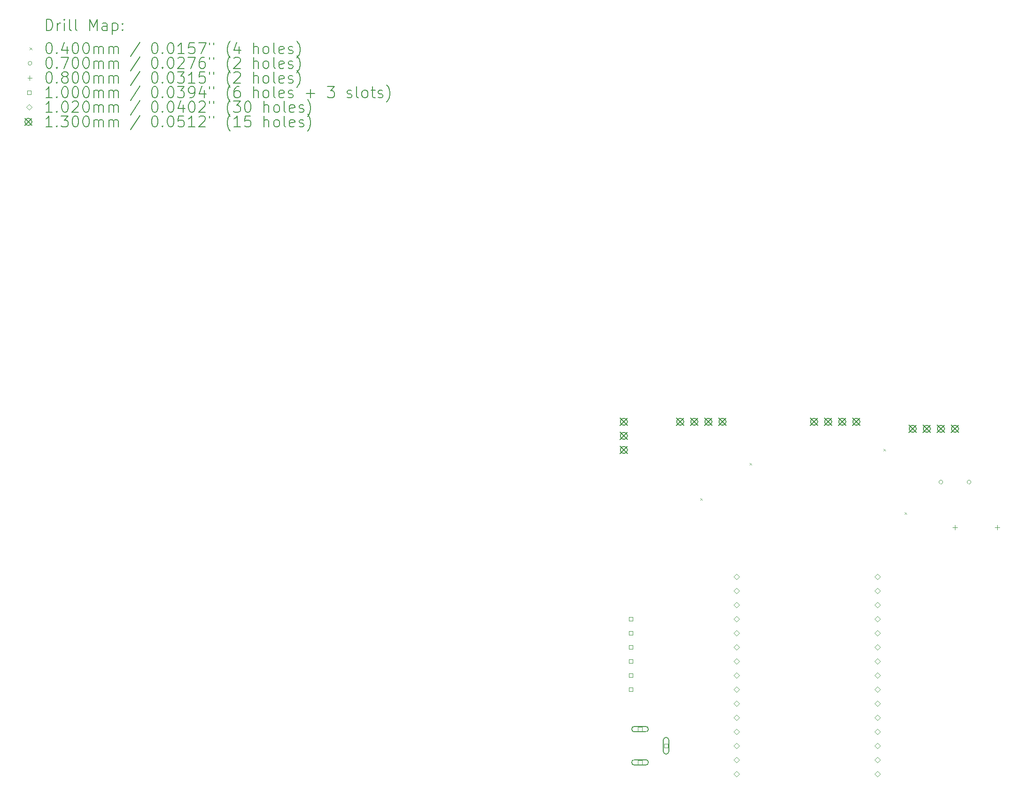
<source format=gbr>
%TF.GenerationSoftware,KiCad,Pcbnew,7.0.8*%
%TF.CreationDate,2023-11-16T13:37:20-05:00*%
%TF.ProjectId,tarbiukuan,74617262-6975-46b7-9561-6e2e6b696361,rev?*%
%TF.SameCoordinates,Original*%
%TF.FileFunction,Drillmap*%
%TF.FilePolarity,Positive*%
%FSLAX45Y45*%
G04 Gerber Fmt 4.5, Leading zero omitted, Abs format (unit mm)*
G04 Created by KiCad (PCBNEW 7.0.8) date 2023-11-16 13:37:20*
%MOMM*%
%LPD*%
G01*
G04 APERTURE LIST*
%ADD10C,0.200000*%
%ADD11C,0.040000*%
%ADD12C,0.070000*%
%ADD13C,0.080000*%
%ADD14C,0.100000*%
%ADD15C,0.102000*%
%ADD16C,0.130000*%
G04 APERTURE END LIST*
D10*
D11*
X12045000Y-8743000D02*
X12085000Y-8783000D01*
X12085000Y-8743000D02*
X12045000Y-8783000D01*
X12934000Y-8108000D02*
X12974000Y-8148000D01*
X12974000Y-8108000D02*
X12934000Y-8148000D01*
X15347000Y-7854000D02*
X15387000Y-7894000D01*
X15387000Y-7854000D02*
X15347000Y-7894000D01*
X15728000Y-8997000D02*
X15768000Y-9037000D01*
X15768000Y-8997000D02*
X15728000Y-9037000D01*
D12*
X16418000Y-8453375D02*
G75*
G03*
X16418000Y-8453375I-35000J0D01*
G01*
X16926000Y-8453375D02*
G75*
G03*
X16926000Y-8453375I-35000J0D01*
G01*
D13*
X16637000Y-9231000D02*
X16637000Y-9311000D01*
X16597000Y-9271000D02*
X16677000Y-9271000D01*
X17399000Y-9231000D02*
X17399000Y-9311000D01*
X17359000Y-9271000D02*
X17439000Y-9271000D01*
D14*
X10830356Y-10957356D02*
X10830356Y-10886644D01*
X10759644Y-10886644D01*
X10759644Y-10957356D01*
X10830356Y-10957356D01*
X10830356Y-11211356D02*
X10830356Y-11140644D01*
X10759644Y-11140644D01*
X10759644Y-11211356D01*
X10830356Y-11211356D01*
X10830356Y-11465356D02*
X10830356Y-11394644D01*
X10759644Y-11394644D01*
X10759644Y-11465356D01*
X10830356Y-11465356D01*
X10830356Y-11719356D02*
X10830356Y-11648644D01*
X10759644Y-11648644D01*
X10759644Y-11719356D01*
X10830356Y-11719356D01*
X10830356Y-11973356D02*
X10830356Y-11902644D01*
X10759644Y-11902644D01*
X10759644Y-11973356D01*
X10830356Y-11973356D01*
X10830356Y-12227356D02*
X10830356Y-12156644D01*
X10759644Y-12156644D01*
X10759644Y-12227356D01*
X10830356Y-12227356D01*
X10995356Y-12943356D02*
X10995356Y-12872644D01*
X10924644Y-12872644D01*
X10924644Y-12943356D01*
X10995356Y-12943356D01*
D10*
X10860000Y-12958000D02*
X11060000Y-12958000D01*
X11060000Y-12958000D02*
G75*
G03*
X11060000Y-12858000I0J50000D01*
G01*
X11060000Y-12858000D02*
X10860000Y-12858000D01*
X10860000Y-12858000D02*
G75*
G03*
X10860000Y-12958000I0J-50000D01*
G01*
D14*
X10995356Y-13543356D02*
X10995356Y-13472644D01*
X10924644Y-13472644D01*
X10924644Y-13543356D01*
X10995356Y-13543356D01*
D10*
X10860000Y-13558000D02*
X11060000Y-13558000D01*
X11060000Y-13558000D02*
G75*
G03*
X11060000Y-13458000I0J50000D01*
G01*
X11060000Y-13458000D02*
X10860000Y-13458000D01*
X10860000Y-13458000D02*
G75*
G03*
X10860000Y-13558000I0J-50000D01*
G01*
D14*
X11465356Y-13243356D02*
X11465356Y-13172644D01*
X11394644Y-13172644D01*
X11394644Y-13243356D01*
X11465356Y-13243356D01*
D10*
X11480000Y-13308000D02*
X11480000Y-13108000D01*
X11480000Y-13108000D02*
G75*
G03*
X11380000Y-13108000I-50000J0D01*
G01*
X11380000Y-13108000D02*
X11380000Y-13308000D01*
X11380000Y-13308000D02*
G75*
G03*
X11480000Y-13308000I50000J0D01*
G01*
D15*
X12700000Y-10211000D02*
X12751000Y-10160000D01*
X12700000Y-10109000D01*
X12649000Y-10160000D01*
X12700000Y-10211000D01*
X12700000Y-10465000D02*
X12751000Y-10414000D01*
X12700000Y-10363000D01*
X12649000Y-10414000D01*
X12700000Y-10465000D01*
X12700000Y-10719000D02*
X12751000Y-10668000D01*
X12700000Y-10617000D01*
X12649000Y-10668000D01*
X12700000Y-10719000D01*
X12700000Y-10973000D02*
X12751000Y-10922000D01*
X12700000Y-10871000D01*
X12649000Y-10922000D01*
X12700000Y-10973000D01*
X12700000Y-11227000D02*
X12751000Y-11176000D01*
X12700000Y-11125000D01*
X12649000Y-11176000D01*
X12700000Y-11227000D01*
X12700000Y-11481000D02*
X12751000Y-11430000D01*
X12700000Y-11379000D01*
X12649000Y-11430000D01*
X12700000Y-11481000D01*
X12700000Y-11735000D02*
X12751000Y-11684000D01*
X12700000Y-11633000D01*
X12649000Y-11684000D01*
X12700000Y-11735000D01*
X12700000Y-11989000D02*
X12751000Y-11938000D01*
X12700000Y-11887000D01*
X12649000Y-11938000D01*
X12700000Y-11989000D01*
X12700000Y-12243000D02*
X12751000Y-12192000D01*
X12700000Y-12141000D01*
X12649000Y-12192000D01*
X12700000Y-12243000D01*
X12700000Y-12497000D02*
X12751000Y-12446000D01*
X12700000Y-12395000D01*
X12649000Y-12446000D01*
X12700000Y-12497000D01*
X12700000Y-12751000D02*
X12751000Y-12700000D01*
X12700000Y-12649000D01*
X12649000Y-12700000D01*
X12700000Y-12751000D01*
X12700000Y-13005000D02*
X12751000Y-12954000D01*
X12700000Y-12903000D01*
X12649000Y-12954000D01*
X12700000Y-13005000D01*
X12700000Y-13259000D02*
X12751000Y-13208000D01*
X12700000Y-13157000D01*
X12649000Y-13208000D01*
X12700000Y-13259000D01*
X12700000Y-13513000D02*
X12751000Y-13462000D01*
X12700000Y-13411000D01*
X12649000Y-13462000D01*
X12700000Y-13513000D01*
X12700000Y-13767000D02*
X12751000Y-13716000D01*
X12700000Y-13665000D01*
X12649000Y-13716000D01*
X12700000Y-13767000D01*
X15240000Y-10211000D02*
X15291000Y-10160000D01*
X15240000Y-10109000D01*
X15189000Y-10160000D01*
X15240000Y-10211000D01*
X15240000Y-10465000D02*
X15291000Y-10414000D01*
X15240000Y-10363000D01*
X15189000Y-10414000D01*
X15240000Y-10465000D01*
X15240000Y-10719000D02*
X15291000Y-10668000D01*
X15240000Y-10617000D01*
X15189000Y-10668000D01*
X15240000Y-10719000D01*
X15240000Y-10973000D02*
X15291000Y-10922000D01*
X15240000Y-10871000D01*
X15189000Y-10922000D01*
X15240000Y-10973000D01*
X15240000Y-11227000D02*
X15291000Y-11176000D01*
X15240000Y-11125000D01*
X15189000Y-11176000D01*
X15240000Y-11227000D01*
X15240000Y-11481000D02*
X15291000Y-11430000D01*
X15240000Y-11379000D01*
X15189000Y-11430000D01*
X15240000Y-11481000D01*
X15240000Y-11735000D02*
X15291000Y-11684000D01*
X15240000Y-11633000D01*
X15189000Y-11684000D01*
X15240000Y-11735000D01*
X15240000Y-11989000D02*
X15291000Y-11938000D01*
X15240000Y-11887000D01*
X15189000Y-11938000D01*
X15240000Y-11989000D01*
X15240000Y-12243000D02*
X15291000Y-12192000D01*
X15240000Y-12141000D01*
X15189000Y-12192000D01*
X15240000Y-12243000D01*
X15240000Y-12497000D02*
X15291000Y-12446000D01*
X15240000Y-12395000D01*
X15189000Y-12446000D01*
X15240000Y-12497000D01*
X15240000Y-12751000D02*
X15291000Y-12700000D01*
X15240000Y-12649000D01*
X15189000Y-12700000D01*
X15240000Y-12751000D01*
X15240000Y-13005000D02*
X15291000Y-12954000D01*
X15240000Y-12903000D01*
X15189000Y-12954000D01*
X15240000Y-13005000D01*
X15240000Y-13259000D02*
X15291000Y-13208000D01*
X15240000Y-13157000D01*
X15189000Y-13208000D01*
X15240000Y-13259000D01*
X15240000Y-13513000D02*
X15291000Y-13462000D01*
X15240000Y-13411000D01*
X15189000Y-13462000D01*
X15240000Y-13513000D01*
X15240000Y-13767000D02*
X15291000Y-13716000D01*
X15240000Y-13665000D01*
X15189000Y-13716000D01*
X15240000Y-13767000D01*
D16*
X10603000Y-7301000D02*
X10733000Y-7431000D01*
X10733000Y-7301000D02*
X10603000Y-7431000D01*
X10733000Y-7366000D02*
G75*
G03*
X10733000Y-7366000I-65000J0D01*
G01*
X10603000Y-7555000D02*
X10733000Y-7685000D01*
X10733000Y-7555000D02*
X10603000Y-7685000D01*
X10733000Y-7620000D02*
G75*
G03*
X10733000Y-7620000I-65000J0D01*
G01*
X10603000Y-7809000D02*
X10733000Y-7939000D01*
X10733000Y-7809000D02*
X10603000Y-7939000D01*
X10733000Y-7874000D02*
G75*
G03*
X10733000Y-7874000I-65000J0D01*
G01*
X11619000Y-7301000D02*
X11749000Y-7431000D01*
X11749000Y-7301000D02*
X11619000Y-7431000D01*
X11749000Y-7366000D02*
G75*
G03*
X11749000Y-7366000I-65000J0D01*
G01*
X11873000Y-7301000D02*
X12003000Y-7431000D01*
X12003000Y-7301000D02*
X11873000Y-7431000D01*
X12003000Y-7366000D02*
G75*
G03*
X12003000Y-7366000I-65000J0D01*
G01*
X12127000Y-7301000D02*
X12257000Y-7431000D01*
X12257000Y-7301000D02*
X12127000Y-7431000D01*
X12257000Y-7366000D02*
G75*
G03*
X12257000Y-7366000I-65000J0D01*
G01*
X12381000Y-7301000D02*
X12511000Y-7431000D01*
X12511000Y-7301000D02*
X12381000Y-7431000D01*
X12511000Y-7366000D02*
G75*
G03*
X12511000Y-7366000I-65000J0D01*
G01*
X14032000Y-7301000D02*
X14162000Y-7431000D01*
X14162000Y-7301000D02*
X14032000Y-7431000D01*
X14162000Y-7366000D02*
G75*
G03*
X14162000Y-7366000I-65000J0D01*
G01*
X14286000Y-7301000D02*
X14416000Y-7431000D01*
X14416000Y-7301000D02*
X14286000Y-7431000D01*
X14416000Y-7366000D02*
G75*
G03*
X14416000Y-7366000I-65000J0D01*
G01*
X14540000Y-7301000D02*
X14670000Y-7431000D01*
X14670000Y-7301000D02*
X14540000Y-7431000D01*
X14670000Y-7366000D02*
G75*
G03*
X14670000Y-7366000I-65000J0D01*
G01*
X14794000Y-7301000D02*
X14924000Y-7431000D01*
X14924000Y-7301000D02*
X14794000Y-7431000D01*
X14924000Y-7366000D02*
G75*
G03*
X14924000Y-7366000I-65000J0D01*
G01*
X15810000Y-7428000D02*
X15940000Y-7558000D01*
X15940000Y-7428000D02*
X15810000Y-7558000D01*
X15940000Y-7493000D02*
G75*
G03*
X15940000Y-7493000I-65000J0D01*
G01*
X16064000Y-7428000D02*
X16194000Y-7558000D01*
X16194000Y-7428000D02*
X16064000Y-7558000D01*
X16194000Y-7493000D02*
G75*
G03*
X16194000Y-7493000I-65000J0D01*
G01*
X16318000Y-7428000D02*
X16448000Y-7558000D01*
X16448000Y-7428000D02*
X16318000Y-7558000D01*
X16448000Y-7493000D02*
G75*
G03*
X16448000Y-7493000I-65000J0D01*
G01*
X16572000Y-7428000D02*
X16702000Y-7558000D01*
X16702000Y-7428000D02*
X16572000Y-7558000D01*
X16702000Y-7493000D02*
G75*
G03*
X16702000Y-7493000I-65000J0D01*
G01*
D10*
X260777Y-311484D02*
X260777Y-111484D01*
X260777Y-111484D02*
X308396Y-111484D01*
X308396Y-111484D02*
X336967Y-121008D01*
X336967Y-121008D02*
X356015Y-140055D01*
X356015Y-140055D02*
X365539Y-159103D01*
X365539Y-159103D02*
X375062Y-197198D01*
X375062Y-197198D02*
X375062Y-225769D01*
X375062Y-225769D02*
X365539Y-263865D01*
X365539Y-263865D02*
X356015Y-282912D01*
X356015Y-282912D02*
X336967Y-301960D01*
X336967Y-301960D02*
X308396Y-311484D01*
X308396Y-311484D02*
X260777Y-311484D01*
X460777Y-311484D02*
X460777Y-178150D01*
X460777Y-216246D02*
X470301Y-197198D01*
X470301Y-197198D02*
X479824Y-187674D01*
X479824Y-187674D02*
X498872Y-178150D01*
X498872Y-178150D02*
X517920Y-178150D01*
X584586Y-311484D02*
X584586Y-178150D01*
X584586Y-111484D02*
X575063Y-121008D01*
X575063Y-121008D02*
X584586Y-130531D01*
X584586Y-130531D02*
X594110Y-121008D01*
X594110Y-121008D02*
X584586Y-111484D01*
X584586Y-111484D02*
X584586Y-130531D01*
X708396Y-311484D02*
X689348Y-301960D01*
X689348Y-301960D02*
X679824Y-282912D01*
X679824Y-282912D02*
X679824Y-111484D01*
X813158Y-311484D02*
X794110Y-301960D01*
X794110Y-301960D02*
X784586Y-282912D01*
X784586Y-282912D02*
X784586Y-111484D01*
X1041729Y-311484D02*
X1041729Y-111484D01*
X1041729Y-111484D02*
X1108396Y-254341D01*
X1108396Y-254341D02*
X1175063Y-111484D01*
X1175063Y-111484D02*
X1175063Y-311484D01*
X1356015Y-311484D02*
X1356015Y-206722D01*
X1356015Y-206722D02*
X1346491Y-187674D01*
X1346491Y-187674D02*
X1327444Y-178150D01*
X1327444Y-178150D02*
X1289348Y-178150D01*
X1289348Y-178150D02*
X1270301Y-187674D01*
X1356015Y-301960D02*
X1336967Y-311484D01*
X1336967Y-311484D02*
X1289348Y-311484D01*
X1289348Y-311484D02*
X1270301Y-301960D01*
X1270301Y-301960D02*
X1260777Y-282912D01*
X1260777Y-282912D02*
X1260777Y-263865D01*
X1260777Y-263865D02*
X1270301Y-244817D01*
X1270301Y-244817D02*
X1289348Y-235293D01*
X1289348Y-235293D02*
X1336967Y-235293D01*
X1336967Y-235293D02*
X1356015Y-225769D01*
X1451253Y-178150D02*
X1451253Y-378150D01*
X1451253Y-187674D02*
X1470301Y-178150D01*
X1470301Y-178150D02*
X1508396Y-178150D01*
X1508396Y-178150D02*
X1527443Y-187674D01*
X1527443Y-187674D02*
X1536967Y-197198D01*
X1536967Y-197198D02*
X1546491Y-216246D01*
X1546491Y-216246D02*
X1546491Y-273389D01*
X1546491Y-273389D02*
X1536967Y-292436D01*
X1536967Y-292436D02*
X1527443Y-301960D01*
X1527443Y-301960D02*
X1508396Y-311484D01*
X1508396Y-311484D02*
X1470301Y-311484D01*
X1470301Y-311484D02*
X1451253Y-301960D01*
X1632205Y-292436D02*
X1641729Y-301960D01*
X1641729Y-301960D02*
X1632205Y-311484D01*
X1632205Y-311484D02*
X1622682Y-301960D01*
X1622682Y-301960D02*
X1632205Y-292436D01*
X1632205Y-292436D02*
X1632205Y-311484D01*
X1632205Y-187674D02*
X1641729Y-197198D01*
X1641729Y-197198D02*
X1632205Y-206722D01*
X1632205Y-206722D02*
X1622682Y-197198D01*
X1622682Y-197198D02*
X1632205Y-187674D01*
X1632205Y-187674D02*
X1632205Y-206722D01*
D11*
X-40000Y-620000D02*
X0Y-660000D01*
X0Y-620000D02*
X-40000Y-660000D01*
D10*
X298872Y-531484D02*
X317920Y-531484D01*
X317920Y-531484D02*
X336967Y-541008D01*
X336967Y-541008D02*
X346491Y-550531D01*
X346491Y-550531D02*
X356015Y-569579D01*
X356015Y-569579D02*
X365539Y-607674D01*
X365539Y-607674D02*
X365539Y-655293D01*
X365539Y-655293D02*
X356015Y-693389D01*
X356015Y-693389D02*
X346491Y-712436D01*
X346491Y-712436D02*
X336967Y-721960D01*
X336967Y-721960D02*
X317920Y-731484D01*
X317920Y-731484D02*
X298872Y-731484D01*
X298872Y-731484D02*
X279824Y-721960D01*
X279824Y-721960D02*
X270301Y-712436D01*
X270301Y-712436D02*
X260777Y-693389D01*
X260777Y-693389D02*
X251253Y-655293D01*
X251253Y-655293D02*
X251253Y-607674D01*
X251253Y-607674D02*
X260777Y-569579D01*
X260777Y-569579D02*
X270301Y-550531D01*
X270301Y-550531D02*
X279824Y-541008D01*
X279824Y-541008D02*
X298872Y-531484D01*
X451253Y-712436D02*
X460777Y-721960D01*
X460777Y-721960D02*
X451253Y-731484D01*
X451253Y-731484D02*
X441729Y-721960D01*
X441729Y-721960D02*
X451253Y-712436D01*
X451253Y-712436D02*
X451253Y-731484D01*
X632205Y-598150D02*
X632205Y-731484D01*
X584586Y-521960D02*
X536967Y-664817D01*
X536967Y-664817D02*
X660777Y-664817D01*
X775062Y-531484D02*
X794110Y-531484D01*
X794110Y-531484D02*
X813158Y-541008D01*
X813158Y-541008D02*
X822682Y-550531D01*
X822682Y-550531D02*
X832205Y-569579D01*
X832205Y-569579D02*
X841729Y-607674D01*
X841729Y-607674D02*
X841729Y-655293D01*
X841729Y-655293D02*
X832205Y-693389D01*
X832205Y-693389D02*
X822682Y-712436D01*
X822682Y-712436D02*
X813158Y-721960D01*
X813158Y-721960D02*
X794110Y-731484D01*
X794110Y-731484D02*
X775062Y-731484D01*
X775062Y-731484D02*
X756015Y-721960D01*
X756015Y-721960D02*
X746491Y-712436D01*
X746491Y-712436D02*
X736967Y-693389D01*
X736967Y-693389D02*
X727443Y-655293D01*
X727443Y-655293D02*
X727443Y-607674D01*
X727443Y-607674D02*
X736967Y-569579D01*
X736967Y-569579D02*
X746491Y-550531D01*
X746491Y-550531D02*
X756015Y-541008D01*
X756015Y-541008D02*
X775062Y-531484D01*
X965539Y-531484D02*
X984586Y-531484D01*
X984586Y-531484D02*
X1003634Y-541008D01*
X1003634Y-541008D02*
X1013158Y-550531D01*
X1013158Y-550531D02*
X1022682Y-569579D01*
X1022682Y-569579D02*
X1032205Y-607674D01*
X1032205Y-607674D02*
X1032205Y-655293D01*
X1032205Y-655293D02*
X1022682Y-693389D01*
X1022682Y-693389D02*
X1013158Y-712436D01*
X1013158Y-712436D02*
X1003634Y-721960D01*
X1003634Y-721960D02*
X984586Y-731484D01*
X984586Y-731484D02*
X965539Y-731484D01*
X965539Y-731484D02*
X946491Y-721960D01*
X946491Y-721960D02*
X936967Y-712436D01*
X936967Y-712436D02*
X927443Y-693389D01*
X927443Y-693389D02*
X917920Y-655293D01*
X917920Y-655293D02*
X917920Y-607674D01*
X917920Y-607674D02*
X927443Y-569579D01*
X927443Y-569579D02*
X936967Y-550531D01*
X936967Y-550531D02*
X946491Y-541008D01*
X946491Y-541008D02*
X965539Y-531484D01*
X1117920Y-731484D02*
X1117920Y-598150D01*
X1117920Y-617198D02*
X1127444Y-607674D01*
X1127444Y-607674D02*
X1146491Y-598150D01*
X1146491Y-598150D02*
X1175063Y-598150D01*
X1175063Y-598150D02*
X1194110Y-607674D01*
X1194110Y-607674D02*
X1203634Y-626722D01*
X1203634Y-626722D02*
X1203634Y-731484D01*
X1203634Y-626722D02*
X1213158Y-607674D01*
X1213158Y-607674D02*
X1232205Y-598150D01*
X1232205Y-598150D02*
X1260777Y-598150D01*
X1260777Y-598150D02*
X1279825Y-607674D01*
X1279825Y-607674D02*
X1289348Y-626722D01*
X1289348Y-626722D02*
X1289348Y-731484D01*
X1384586Y-731484D02*
X1384586Y-598150D01*
X1384586Y-617198D02*
X1394110Y-607674D01*
X1394110Y-607674D02*
X1413158Y-598150D01*
X1413158Y-598150D02*
X1441729Y-598150D01*
X1441729Y-598150D02*
X1460777Y-607674D01*
X1460777Y-607674D02*
X1470301Y-626722D01*
X1470301Y-626722D02*
X1470301Y-731484D01*
X1470301Y-626722D02*
X1479824Y-607674D01*
X1479824Y-607674D02*
X1498872Y-598150D01*
X1498872Y-598150D02*
X1527443Y-598150D01*
X1527443Y-598150D02*
X1546491Y-607674D01*
X1546491Y-607674D02*
X1556015Y-626722D01*
X1556015Y-626722D02*
X1556015Y-731484D01*
X1946491Y-521960D02*
X1775063Y-779103D01*
X2203634Y-531484D02*
X2222682Y-531484D01*
X2222682Y-531484D02*
X2241729Y-541008D01*
X2241729Y-541008D02*
X2251253Y-550531D01*
X2251253Y-550531D02*
X2260777Y-569579D01*
X2260777Y-569579D02*
X2270301Y-607674D01*
X2270301Y-607674D02*
X2270301Y-655293D01*
X2270301Y-655293D02*
X2260777Y-693389D01*
X2260777Y-693389D02*
X2251253Y-712436D01*
X2251253Y-712436D02*
X2241729Y-721960D01*
X2241729Y-721960D02*
X2222682Y-731484D01*
X2222682Y-731484D02*
X2203634Y-731484D01*
X2203634Y-731484D02*
X2184587Y-721960D01*
X2184587Y-721960D02*
X2175063Y-712436D01*
X2175063Y-712436D02*
X2165539Y-693389D01*
X2165539Y-693389D02*
X2156015Y-655293D01*
X2156015Y-655293D02*
X2156015Y-607674D01*
X2156015Y-607674D02*
X2165539Y-569579D01*
X2165539Y-569579D02*
X2175063Y-550531D01*
X2175063Y-550531D02*
X2184587Y-541008D01*
X2184587Y-541008D02*
X2203634Y-531484D01*
X2356015Y-712436D02*
X2365539Y-721960D01*
X2365539Y-721960D02*
X2356015Y-731484D01*
X2356015Y-731484D02*
X2346491Y-721960D01*
X2346491Y-721960D02*
X2356015Y-712436D01*
X2356015Y-712436D02*
X2356015Y-731484D01*
X2489348Y-531484D02*
X2508396Y-531484D01*
X2508396Y-531484D02*
X2527444Y-541008D01*
X2527444Y-541008D02*
X2536968Y-550531D01*
X2536968Y-550531D02*
X2546491Y-569579D01*
X2546491Y-569579D02*
X2556015Y-607674D01*
X2556015Y-607674D02*
X2556015Y-655293D01*
X2556015Y-655293D02*
X2546491Y-693389D01*
X2546491Y-693389D02*
X2536968Y-712436D01*
X2536968Y-712436D02*
X2527444Y-721960D01*
X2527444Y-721960D02*
X2508396Y-731484D01*
X2508396Y-731484D02*
X2489348Y-731484D01*
X2489348Y-731484D02*
X2470301Y-721960D01*
X2470301Y-721960D02*
X2460777Y-712436D01*
X2460777Y-712436D02*
X2451253Y-693389D01*
X2451253Y-693389D02*
X2441729Y-655293D01*
X2441729Y-655293D02*
X2441729Y-607674D01*
X2441729Y-607674D02*
X2451253Y-569579D01*
X2451253Y-569579D02*
X2460777Y-550531D01*
X2460777Y-550531D02*
X2470301Y-541008D01*
X2470301Y-541008D02*
X2489348Y-531484D01*
X2746491Y-731484D02*
X2632206Y-731484D01*
X2689348Y-731484D02*
X2689348Y-531484D01*
X2689348Y-531484D02*
X2670301Y-560055D01*
X2670301Y-560055D02*
X2651253Y-579103D01*
X2651253Y-579103D02*
X2632206Y-588627D01*
X2927444Y-531484D02*
X2832206Y-531484D01*
X2832206Y-531484D02*
X2822682Y-626722D01*
X2822682Y-626722D02*
X2832206Y-617198D01*
X2832206Y-617198D02*
X2851253Y-607674D01*
X2851253Y-607674D02*
X2898872Y-607674D01*
X2898872Y-607674D02*
X2917920Y-617198D01*
X2917920Y-617198D02*
X2927444Y-626722D01*
X2927444Y-626722D02*
X2936967Y-645770D01*
X2936967Y-645770D02*
X2936967Y-693389D01*
X2936967Y-693389D02*
X2927444Y-712436D01*
X2927444Y-712436D02*
X2917920Y-721960D01*
X2917920Y-721960D02*
X2898872Y-731484D01*
X2898872Y-731484D02*
X2851253Y-731484D01*
X2851253Y-731484D02*
X2832206Y-721960D01*
X2832206Y-721960D02*
X2822682Y-712436D01*
X3003634Y-531484D02*
X3136967Y-531484D01*
X3136967Y-531484D02*
X3051253Y-731484D01*
X3203634Y-531484D02*
X3203634Y-569579D01*
X3279825Y-531484D02*
X3279825Y-569579D01*
X3575063Y-807674D02*
X3565539Y-798150D01*
X3565539Y-798150D02*
X3546491Y-769579D01*
X3546491Y-769579D02*
X3536968Y-750531D01*
X3536968Y-750531D02*
X3527444Y-721960D01*
X3527444Y-721960D02*
X3517920Y-674341D01*
X3517920Y-674341D02*
X3517920Y-636246D01*
X3517920Y-636246D02*
X3527444Y-588627D01*
X3527444Y-588627D02*
X3536968Y-560055D01*
X3536968Y-560055D02*
X3546491Y-541008D01*
X3546491Y-541008D02*
X3565539Y-512436D01*
X3565539Y-512436D02*
X3575063Y-502912D01*
X3736968Y-598150D02*
X3736968Y-731484D01*
X3689348Y-521960D02*
X3641729Y-664817D01*
X3641729Y-664817D02*
X3765539Y-664817D01*
X3994110Y-731484D02*
X3994110Y-531484D01*
X4079825Y-731484D02*
X4079825Y-626722D01*
X4079825Y-626722D02*
X4070301Y-607674D01*
X4070301Y-607674D02*
X4051253Y-598150D01*
X4051253Y-598150D02*
X4022682Y-598150D01*
X4022682Y-598150D02*
X4003634Y-607674D01*
X4003634Y-607674D02*
X3994110Y-617198D01*
X4203634Y-731484D02*
X4184587Y-721960D01*
X4184587Y-721960D02*
X4175063Y-712436D01*
X4175063Y-712436D02*
X4165539Y-693389D01*
X4165539Y-693389D02*
X4165539Y-636246D01*
X4165539Y-636246D02*
X4175063Y-617198D01*
X4175063Y-617198D02*
X4184587Y-607674D01*
X4184587Y-607674D02*
X4203634Y-598150D01*
X4203634Y-598150D02*
X4232206Y-598150D01*
X4232206Y-598150D02*
X4251253Y-607674D01*
X4251253Y-607674D02*
X4260777Y-617198D01*
X4260777Y-617198D02*
X4270301Y-636246D01*
X4270301Y-636246D02*
X4270301Y-693389D01*
X4270301Y-693389D02*
X4260777Y-712436D01*
X4260777Y-712436D02*
X4251253Y-721960D01*
X4251253Y-721960D02*
X4232206Y-731484D01*
X4232206Y-731484D02*
X4203634Y-731484D01*
X4384587Y-731484D02*
X4365539Y-721960D01*
X4365539Y-721960D02*
X4356015Y-702912D01*
X4356015Y-702912D02*
X4356015Y-531484D01*
X4536968Y-721960D02*
X4517920Y-731484D01*
X4517920Y-731484D02*
X4479825Y-731484D01*
X4479825Y-731484D02*
X4460777Y-721960D01*
X4460777Y-721960D02*
X4451253Y-702912D01*
X4451253Y-702912D02*
X4451253Y-626722D01*
X4451253Y-626722D02*
X4460777Y-607674D01*
X4460777Y-607674D02*
X4479825Y-598150D01*
X4479825Y-598150D02*
X4517920Y-598150D01*
X4517920Y-598150D02*
X4536968Y-607674D01*
X4536968Y-607674D02*
X4546492Y-626722D01*
X4546492Y-626722D02*
X4546492Y-645770D01*
X4546492Y-645770D02*
X4451253Y-664817D01*
X4622682Y-721960D02*
X4641730Y-731484D01*
X4641730Y-731484D02*
X4679825Y-731484D01*
X4679825Y-731484D02*
X4698873Y-721960D01*
X4698873Y-721960D02*
X4708396Y-702912D01*
X4708396Y-702912D02*
X4708396Y-693389D01*
X4708396Y-693389D02*
X4698873Y-674341D01*
X4698873Y-674341D02*
X4679825Y-664817D01*
X4679825Y-664817D02*
X4651253Y-664817D01*
X4651253Y-664817D02*
X4632206Y-655293D01*
X4632206Y-655293D02*
X4622682Y-636246D01*
X4622682Y-636246D02*
X4622682Y-626722D01*
X4622682Y-626722D02*
X4632206Y-607674D01*
X4632206Y-607674D02*
X4651253Y-598150D01*
X4651253Y-598150D02*
X4679825Y-598150D01*
X4679825Y-598150D02*
X4698873Y-607674D01*
X4775063Y-807674D02*
X4784587Y-798150D01*
X4784587Y-798150D02*
X4803634Y-769579D01*
X4803634Y-769579D02*
X4813158Y-750531D01*
X4813158Y-750531D02*
X4822682Y-721960D01*
X4822682Y-721960D02*
X4832206Y-674341D01*
X4832206Y-674341D02*
X4832206Y-636246D01*
X4832206Y-636246D02*
X4822682Y-588627D01*
X4822682Y-588627D02*
X4813158Y-560055D01*
X4813158Y-560055D02*
X4803634Y-541008D01*
X4803634Y-541008D02*
X4784587Y-512436D01*
X4784587Y-512436D02*
X4775063Y-502912D01*
D12*
X0Y-904000D02*
G75*
G03*
X0Y-904000I-35000J0D01*
G01*
D10*
X298872Y-795484D02*
X317920Y-795484D01*
X317920Y-795484D02*
X336967Y-805008D01*
X336967Y-805008D02*
X346491Y-814531D01*
X346491Y-814531D02*
X356015Y-833579D01*
X356015Y-833579D02*
X365539Y-871674D01*
X365539Y-871674D02*
X365539Y-919293D01*
X365539Y-919293D02*
X356015Y-957388D01*
X356015Y-957388D02*
X346491Y-976436D01*
X346491Y-976436D02*
X336967Y-985960D01*
X336967Y-985960D02*
X317920Y-995484D01*
X317920Y-995484D02*
X298872Y-995484D01*
X298872Y-995484D02*
X279824Y-985960D01*
X279824Y-985960D02*
X270301Y-976436D01*
X270301Y-976436D02*
X260777Y-957388D01*
X260777Y-957388D02*
X251253Y-919293D01*
X251253Y-919293D02*
X251253Y-871674D01*
X251253Y-871674D02*
X260777Y-833579D01*
X260777Y-833579D02*
X270301Y-814531D01*
X270301Y-814531D02*
X279824Y-805008D01*
X279824Y-805008D02*
X298872Y-795484D01*
X451253Y-976436D02*
X460777Y-985960D01*
X460777Y-985960D02*
X451253Y-995484D01*
X451253Y-995484D02*
X441729Y-985960D01*
X441729Y-985960D02*
X451253Y-976436D01*
X451253Y-976436D02*
X451253Y-995484D01*
X527444Y-795484D02*
X660777Y-795484D01*
X660777Y-795484D02*
X575063Y-995484D01*
X775062Y-795484D02*
X794110Y-795484D01*
X794110Y-795484D02*
X813158Y-805008D01*
X813158Y-805008D02*
X822682Y-814531D01*
X822682Y-814531D02*
X832205Y-833579D01*
X832205Y-833579D02*
X841729Y-871674D01*
X841729Y-871674D02*
X841729Y-919293D01*
X841729Y-919293D02*
X832205Y-957388D01*
X832205Y-957388D02*
X822682Y-976436D01*
X822682Y-976436D02*
X813158Y-985960D01*
X813158Y-985960D02*
X794110Y-995484D01*
X794110Y-995484D02*
X775062Y-995484D01*
X775062Y-995484D02*
X756015Y-985960D01*
X756015Y-985960D02*
X746491Y-976436D01*
X746491Y-976436D02*
X736967Y-957388D01*
X736967Y-957388D02*
X727443Y-919293D01*
X727443Y-919293D02*
X727443Y-871674D01*
X727443Y-871674D02*
X736967Y-833579D01*
X736967Y-833579D02*
X746491Y-814531D01*
X746491Y-814531D02*
X756015Y-805008D01*
X756015Y-805008D02*
X775062Y-795484D01*
X965539Y-795484D02*
X984586Y-795484D01*
X984586Y-795484D02*
X1003634Y-805008D01*
X1003634Y-805008D02*
X1013158Y-814531D01*
X1013158Y-814531D02*
X1022682Y-833579D01*
X1022682Y-833579D02*
X1032205Y-871674D01*
X1032205Y-871674D02*
X1032205Y-919293D01*
X1032205Y-919293D02*
X1022682Y-957388D01*
X1022682Y-957388D02*
X1013158Y-976436D01*
X1013158Y-976436D02*
X1003634Y-985960D01*
X1003634Y-985960D02*
X984586Y-995484D01*
X984586Y-995484D02*
X965539Y-995484D01*
X965539Y-995484D02*
X946491Y-985960D01*
X946491Y-985960D02*
X936967Y-976436D01*
X936967Y-976436D02*
X927443Y-957388D01*
X927443Y-957388D02*
X917920Y-919293D01*
X917920Y-919293D02*
X917920Y-871674D01*
X917920Y-871674D02*
X927443Y-833579D01*
X927443Y-833579D02*
X936967Y-814531D01*
X936967Y-814531D02*
X946491Y-805008D01*
X946491Y-805008D02*
X965539Y-795484D01*
X1117920Y-995484D02*
X1117920Y-862150D01*
X1117920Y-881198D02*
X1127444Y-871674D01*
X1127444Y-871674D02*
X1146491Y-862150D01*
X1146491Y-862150D02*
X1175063Y-862150D01*
X1175063Y-862150D02*
X1194110Y-871674D01*
X1194110Y-871674D02*
X1203634Y-890722D01*
X1203634Y-890722D02*
X1203634Y-995484D01*
X1203634Y-890722D02*
X1213158Y-871674D01*
X1213158Y-871674D02*
X1232205Y-862150D01*
X1232205Y-862150D02*
X1260777Y-862150D01*
X1260777Y-862150D02*
X1279825Y-871674D01*
X1279825Y-871674D02*
X1289348Y-890722D01*
X1289348Y-890722D02*
X1289348Y-995484D01*
X1384586Y-995484D02*
X1384586Y-862150D01*
X1384586Y-881198D02*
X1394110Y-871674D01*
X1394110Y-871674D02*
X1413158Y-862150D01*
X1413158Y-862150D02*
X1441729Y-862150D01*
X1441729Y-862150D02*
X1460777Y-871674D01*
X1460777Y-871674D02*
X1470301Y-890722D01*
X1470301Y-890722D02*
X1470301Y-995484D01*
X1470301Y-890722D02*
X1479824Y-871674D01*
X1479824Y-871674D02*
X1498872Y-862150D01*
X1498872Y-862150D02*
X1527443Y-862150D01*
X1527443Y-862150D02*
X1546491Y-871674D01*
X1546491Y-871674D02*
X1556015Y-890722D01*
X1556015Y-890722D02*
X1556015Y-995484D01*
X1946491Y-785960D02*
X1775063Y-1043103D01*
X2203634Y-795484D02*
X2222682Y-795484D01*
X2222682Y-795484D02*
X2241729Y-805008D01*
X2241729Y-805008D02*
X2251253Y-814531D01*
X2251253Y-814531D02*
X2260777Y-833579D01*
X2260777Y-833579D02*
X2270301Y-871674D01*
X2270301Y-871674D02*
X2270301Y-919293D01*
X2270301Y-919293D02*
X2260777Y-957388D01*
X2260777Y-957388D02*
X2251253Y-976436D01*
X2251253Y-976436D02*
X2241729Y-985960D01*
X2241729Y-985960D02*
X2222682Y-995484D01*
X2222682Y-995484D02*
X2203634Y-995484D01*
X2203634Y-995484D02*
X2184587Y-985960D01*
X2184587Y-985960D02*
X2175063Y-976436D01*
X2175063Y-976436D02*
X2165539Y-957388D01*
X2165539Y-957388D02*
X2156015Y-919293D01*
X2156015Y-919293D02*
X2156015Y-871674D01*
X2156015Y-871674D02*
X2165539Y-833579D01*
X2165539Y-833579D02*
X2175063Y-814531D01*
X2175063Y-814531D02*
X2184587Y-805008D01*
X2184587Y-805008D02*
X2203634Y-795484D01*
X2356015Y-976436D02*
X2365539Y-985960D01*
X2365539Y-985960D02*
X2356015Y-995484D01*
X2356015Y-995484D02*
X2346491Y-985960D01*
X2346491Y-985960D02*
X2356015Y-976436D01*
X2356015Y-976436D02*
X2356015Y-995484D01*
X2489348Y-795484D02*
X2508396Y-795484D01*
X2508396Y-795484D02*
X2527444Y-805008D01*
X2527444Y-805008D02*
X2536968Y-814531D01*
X2536968Y-814531D02*
X2546491Y-833579D01*
X2546491Y-833579D02*
X2556015Y-871674D01*
X2556015Y-871674D02*
X2556015Y-919293D01*
X2556015Y-919293D02*
X2546491Y-957388D01*
X2546491Y-957388D02*
X2536968Y-976436D01*
X2536968Y-976436D02*
X2527444Y-985960D01*
X2527444Y-985960D02*
X2508396Y-995484D01*
X2508396Y-995484D02*
X2489348Y-995484D01*
X2489348Y-995484D02*
X2470301Y-985960D01*
X2470301Y-985960D02*
X2460777Y-976436D01*
X2460777Y-976436D02*
X2451253Y-957388D01*
X2451253Y-957388D02*
X2441729Y-919293D01*
X2441729Y-919293D02*
X2441729Y-871674D01*
X2441729Y-871674D02*
X2451253Y-833579D01*
X2451253Y-833579D02*
X2460777Y-814531D01*
X2460777Y-814531D02*
X2470301Y-805008D01*
X2470301Y-805008D02*
X2489348Y-795484D01*
X2632206Y-814531D02*
X2641729Y-805008D01*
X2641729Y-805008D02*
X2660777Y-795484D01*
X2660777Y-795484D02*
X2708396Y-795484D01*
X2708396Y-795484D02*
X2727444Y-805008D01*
X2727444Y-805008D02*
X2736968Y-814531D01*
X2736968Y-814531D02*
X2746491Y-833579D01*
X2746491Y-833579D02*
X2746491Y-852627D01*
X2746491Y-852627D02*
X2736968Y-881198D01*
X2736968Y-881198D02*
X2622682Y-995484D01*
X2622682Y-995484D02*
X2746491Y-995484D01*
X2813158Y-795484D02*
X2946491Y-795484D01*
X2946491Y-795484D02*
X2860777Y-995484D01*
X3108396Y-795484D02*
X3070301Y-795484D01*
X3070301Y-795484D02*
X3051253Y-805008D01*
X3051253Y-805008D02*
X3041729Y-814531D01*
X3041729Y-814531D02*
X3022682Y-843103D01*
X3022682Y-843103D02*
X3013158Y-881198D01*
X3013158Y-881198D02*
X3013158Y-957388D01*
X3013158Y-957388D02*
X3022682Y-976436D01*
X3022682Y-976436D02*
X3032206Y-985960D01*
X3032206Y-985960D02*
X3051253Y-995484D01*
X3051253Y-995484D02*
X3089348Y-995484D01*
X3089348Y-995484D02*
X3108396Y-985960D01*
X3108396Y-985960D02*
X3117920Y-976436D01*
X3117920Y-976436D02*
X3127444Y-957388D01*
X3127444Y-957388D02*
X3127444Y-909769D01*
X3127444Y-909769D02*
X3117920Y-890722D01*
X3117920Y-890722D02*
X3108396Y-881198D01*
X3108396Y-881198D02*
X3089348Y-871674D01*
X3089348Y-871674D02*
X3051253Y-871674D01*
X3051253Y-871674D02*
X3032206Y-881198D01*
X3032206Y-881198D02*
X3022682Y-890722D01*
X3022682Y-890722D02*
X3013158Y-909769D01*
X3203634Y-795484D02*
X3203634Y-833579D01*
X3279825Y-795484D02*
X3279825Y-833579D01*
X3575063Y-1071674D02*
X3565539Y-1062150D01*
X3565539Y-1062150D02*
X3546491Y-1033579D01*
X3546491Y-1033579D02*
X3536968Y-1014531D01*
X3536968Y-1014531D02*
X3527444Y-985960D01*
X3527444Y-985960D02*
X3517920Y-938341D01*
X3517920Y-938341D02*
X3517920Y-900246D01*
X3517920Y-900246D02*
X3527444Y-852627D01*
X3527444Y-852627D02*
X3536968Y-824055D01*
X3536968Y-824055D02*
X3546491Y-805008D01*
X3546491Y-805008D02*
X3565539Y-776436D01*
X3565539Y-776436D02*
X3575063Y-766912D01*
X3641729Y-814531D02*
X3651253Y-805008D01*
X3651253Y-805008D02*
X3670301Y-795484D01*
X3670301Y-795484D02*
X3717920Y-795484D01*
X3717920Y-795484D02*
X3736968Y-805008D01*
X3736968Y-805008D02*
X3746491Y-814531D01*
X3746491Y-814531D02*
X3756015Y-833579D01*
X3756015Y-833579D02*
X3756015Y-852627D01*
X3756015Y-852627D02*
X3746491Y-881198D01*
X3746491Y-881198D02*
X3632206Y-995484D01*
X3632206Y-995484D02*
X3756015Y-995484D01*
X3994110Y-995484D02*
X3994110Y-795484D01*
X4079825Y-995484D02*
X4079825Y-890722D01*
X4079825Y-890722D02*
X4070301Y-871674D01*
X4070301Y-871674D02*
X4051253Y-862150D01*
X4051253Y-862150D02*
X4022682Y-862150D01*
X4022682Y-862150D02*
X4003634Y-871674D01*
X4003634Y-871674D02*
X3994110Y-881198D01*
X4203634Y-995484D02*
X4184587Y-985960D01*
X4184587Y-985960D02*
X4175063Y-976436D01*
X4175063Y-976436D02*
X4165539Y-957388D01*
X4165539Y-957388D02*
X4165539Y-900246D01*
X4165539Y-900246D02*
X4175063Y-881198D01*
X4175063Y-881198D02*
X4184587Y-871674D01*
X4184587Y-871674D02*
X4203634Y-862150D01*
X4203634Y-862150D02*
X4232206Y-862150D01*
X4232206Y-862150D02*
X4251253Y-871674D01*
X4251253Y-871674D02*
X4260777Y-881198D01*
X4260777Y-881198D02*
X4270301Y-900246D01*
X4270301Y-900246D02*
X4270301Y-957388D01*
X4270301Y-957388D02*
X4260777Y-976436D01*
X4260777Y-976436D02*
X4251253Y-985960D01*
X4251253Y-985960D02*
X4232206Y-995484D01*
X4232206Y-995484D02*
X4203634Y-995484D01*
X4384587Y-995484D02*
X4365539Y-985960D01*
X4365539Y-985960D02*
X4356015Y-966912D01*
X4356015Y-966912D02*
X4356015Y-795484D01*
X4536968Y-985960D02*
X4517920Y-995484D01*
X4517920Y-995484D02*
X4479825Y-995484D01*
X4479825Y-995484D02*
X4460777Y-985960D01*
X4460777Y-985960D02*
X4451253Y-966912D01*
X4451253Y-966912D02*
X4451253Y-890722D01*
X4451253Y-890722D02*
X4460777Y-871674D01*
X4460777Y-871674D02*
X4479825Y-862150D01*
X4479825Y-862150D02*
X4517920Y-862150D01*
X4517920Y-862150D02*
X4536968Y-871674D01*
X4536968Y-871674D02*
X4546492Y-890722D01*
X4546492Y-890722D02*
X4546492Y-909769D01*
X4546492Y-909769D02*
X4451253Y-928817D01*
X4622682Y-985960D02*
X4641730Y-995484D01*
X4641730Y-995484D02*
X4679825Y-995484D01*
X4679825Y-995484D02*
X4698873Y-985960D01*
X4698873Y-985960D02*
X4708396Y-966912D01*
X4708396Y-966912D02*
X4708396Y-957388D01*
X4708396Y-957388D02*
X4698873Y-938341D01*
X4698873Y-938341D02*
X4679825Y-928817D01*
X4679825Y-928817D02*
X4651253Y-928817D01*
X4651253Y-928817D02*
X4632206Y-919293D01*
X4632206Y-919293D02*
X4622682Y-900246D01*
X4622682Y-900246D02*
X4622682Y-890722D01*
X4622682Y-890722D02*
X4632206Y-871674D01*
X4632206Y-871674D02*
X4651253Y-862150D01*
X4651253Y-862150D02*
X4679825Y-862150D01*
X4679825Y-862150D02*
X4698873Y-871674D01*
X4775063Y-1071674D02*
X4784587Y-1062150D01*
X4784587Y-1062150D02*
X4803634Y-1033579D01*
X4803634Y-1033579D02*
X4813158Y-1014531D01*
X4813158Y-1014531D02*
X4822682Y-985960D01*
X4822682Y-985960D02*
X4832206Y-938341D01*
X4832206Y-938341D02*
X4832206Y-900246D01*
X4832206Y-900246D02*
X4822682Y-852627D01*
X4822682Y-852627D02*
X4813158Y-824055D01*
X4813158Y-824055D02*
X4803634Y-805008D01*
X4803634Y-805008D02*
X4784587Y-776436D01*
X4784587Y-776436D02*
X4775063Y-766912D01*
D13*
X-40000Y-1128000D02*
X-40000Y-1208000D01*
X-80000Y-1168000D02*
X0Y-1168000D01*
D10*
X298872Y-1059484D02*
X317920Y-1059484D01*
X317920Y-1059484D02*
X336967Y-1069008D01*
X336967Y-1069008D02*
X346491Y-1078531D01*
X346491Y-1078531D02*
X356015Y-1097579D01*
X356015Y-1097579D02*
X365539Y-1135674D01*
X365539Y-1135674D02*
X365539Y-1183293D01*
X365539Y-1183293D02*
X356015Y-1221389D01*
X356015Y-1221389D02*
X346491Y-1240436D01*
X346491Y-1240436D02*
X336967Y-1249960D01*
X336967Y-1249960D02*
X317920Y-1259484D01*
X317920Y-1259484D02*
X298872Y-1259484D01*
X298872Y-1259484D02*
X279824Y-1249960D01*
X279824Y-1249960D02*
X270301Y-1240436D01*
X270301Y-1240436D02*
X260777Y-1221389D01*
X260777Y-1221389D02*
X251253Y-1183293D01*
X251253Y-1183293D02*
X251253Y-1135674D01*
X251253Y-1135674D02*
X260777Y-1097579D01*
X260777Y-1097579D02*
X270301Y-1078531D01*
X270301Y-1078531D02*
X279824Y-1069008D01*
X279824Y-1069008D02*
X298872Y-1059484D01*
X451253Y-1240436D02*
X460777Y-1249960D01*
X460777Y-1249960D02*
X451253Y-1259484D01*
X451253Y-1259484D02*
X441729Y-1249960D01*
X441729Y-1249960D02*
X451253Y-1240436D01*
X451253Y-1240436D02*
X451253Y-1259484D01*
X575063Y-1145198D02*
X556015Y-1135674D01*
X556015Y-1135674D02*
X546491Y-1126150D01*
X546491Y-1126150D02*
X536967Y-1107103D01*
X536967Y-1107103D02*
X536967Y-1097579D01*
X536967Y-1097579D02*
X546491Y-1078531D01*
X546491Y-1078531D02*
X556015Y-1069008D01*
X556015Y-1069008D02*
X575063Y-1059484D01*
X575063Y-1059484D02*
X613158Y-1059484D01*
X613158Y-1059484D02*
X632205Y-1069008D01*
X632205Y-1069008D02*
X641729Y-1078531D01*
X641729Y-1078531D02*
X651253Y-1097579D01*
X651253Y-1097579D02*
X651253Y-1107103D01*
X651253Y-1107103D02*
X641729Y-1126150D01*
X641729Y-1126150D02*
X632205Y-1135674D01*
X632205Y-1135674D02*
X613158Y-1145198D01*
X613158Y-1145198D02*
X575063Y-1145198D01*
X575063Y-1145198D02*
X556015Y-1154722D01*
X556015Y-1154722D02*
X546491Y-1164246D01*
X546491Y-1164246D02*
X536967Y-1183293D01*
X536967Y-1183293D02*
X536967Y-1221389D01*
X536967Y-1221389D02*
X546491Y-1240436D01*
X546491Y-1240436D02*
X556015Y-1249960D01*
X556015Y-1249960D02*
X575063Y-1259484D01*
X575063Y-1259484D02*
X613158Y-1259484D01*
X613158Y-1259484D02*
X632205Y-1249960D01*
X632205Y-1249960D02*
X641729Y-1240436D01*
X641729Y-1240436D02*
X651253Y-1221389D01*
X651253Y-1221389D02*
X651253Y-1183293D01*
X651253Y-1183293D02*
X641729Y-1164246D01*
X641729Y-1164246D02*
X632205Y-1154722D01*
X632205Y-1154722D02*
X613158Y-1145198D01*
X775062Y-1059484D02*
X794110Y-1059484D01*
X794110Y-1059484D02*
X813158Y-1069008D01*
X813158Y-1069008D02*
X822682Y-1078531D01*
X822682Y-1078531D02*
X832205Y-1097579D01*
X832205Y-1097579D02*
X841729Y-1135674D01*
X841729Y-1135674D02*
X841729Y-1183293D01*
X841729Y-1183293D02*
X832205Y-1221389D01*
X832205Y-1221389D02*
X822682Y-1240436D01*
X822682Y-1240436D02*
X813158Y-1249960D01*
X813158Y-1249960D02*
X794110Y-1259484D01*
X794110Y-1259484D02*
X775062Y-1259484D01*
X775062Y-1259484D02*
X756015Y-1249960D01*
X756015Y-1249960D02*
X746491Y-1240436D01*
X746491Y-1240436D02*
X736967Y-1221389D01*
X736967Y-1221389D02*
X727443Y-1183293D01*
X727443Y-1183293D02*
X727443Y-1135674D01*
X727443Y-1135674D02*
X736967Y-1097579D01*
X736967Y-1097579D02*
X746491Y-1078531D01*
X746491Y-1078531D02*
X756015Y-1069008D01*
X756015Y-1069008D02*
X775062Y-1059484D01*
X965539Y-1059484D02*
X984586Y-1059484D01*
X984586Y-1059484D02*
X1003634Y-1069008D01*
X1003634Y-1069008D02*
X1013158Y-1078531D01*
X1013158Y-1078531D02*
X1022682Y-1097579D01*
X1022682Y-1097579D02*
X1032205Y-1135674D01*
X1032205Y-1135674D02*
X1032205Y-1183293D01*
X1032205Y-1183293D02*
X1022682Y-1221389D01*
X1022682Y-1221389D02*
X1013158Y-1240436D01*
X1013158Y-1240436D02*
X1003634Y-1249960D01*
X1003634Y-1249960D02*
X984586Y-1259484D01*
X984586Y-1259484D02*
X965539Y-1259484D01*
X965539Y-1259484D02*
X946491Y-1249960D01*
X946491Y-1249960D02*
X936967Y-1240436D01*
X936967Y-1240436D02*
X927443Y-1221389D01*
X927443Y-1221389D02*
X917920Y-1183293D01*
X917920Y-1183293D02*
X917920Y-1135674D01*
X917920Y-1135674D02*
X927443Y-1097579D01*
X927443Y-1097579D02*
X936967Y-1078531D01*
X936967Y-1078531D02*
X946491Y-1069008D01*
X946491Y-1069008D02*
X965539Y-1059484D01*
X1117920Y-1259484D02*
X1117920Y-1126150D01*
X1117920Y-1145198D02*
X1127444Y-1135674D01*
X1127444Y-1135674D02*
X1146491Y-1126150D01*
X1146491Y-1126150D02*
X1175063Y-1126150D01*
X1175063Y-1126150D02*
X1194110Y-1135674D01*
X1194110Y-1135674D02*
X1203634Y-1154722D01*
X1203634Y-1154722D02*
X1203634Y-1259484D01*
X1203634Y-1154722D02*
X1213158Y-1135674D01*
X1213158Y-1135674D02*
X1232205Y-1126150D01*
X1232205Y-1126150D02*
X1260777Y-1126150D01*
X1260777Y-1126150D02*
X1279825Y-1135674D01*
X1279825Y-1135674D02*
X1289348Y-1154722D01*
X1289348Y-1154722D02*
X1289348Y-1259484D01*
X1384586Y-1259484D02*
X1384586Y-1126150D01*
X1384586Y-1145198D02*
X1394110Y-1135674D01*
X1394110Y-1135674D02*
X1413158Y-1126150D01*
X1413158Y-1126150D02*
X1441729Y-1126150D01*
X1441729Y-1126150D02*
X1460777Y-1135674D01*
X1460777Y-1135674D02*
X1470301Y-1154722D01*
X1470301Y-1154722D02*
X1470301Y-1259484D01*
X1470301Y-1154722D02*
X1479824Y-1135674D01*
X1479824Y-1135674D02*
X1498872Y-1126150D01*
X1498872Y-1126150D02*
X1527443Y-1126150D01*
X1527443Y-1126150D02*
X1546491Y-1135674D01*
X1546491Y-1135674D02*
X1556015Y-1154722D01*
X1556015Y-1154722D02*
X1556015Y-1259484D01*
X1946491Y-1049960D02*
X1775063Y-1307103D01*
X2203634Y-1059484D02*
X2222682Y-1059484D01*
X2222682Y-1059484D02*
X2241729Y-1069008D01*
X2241729Y-1069008D02*
X2251253Y-1078531D01*
X2251253Y-1078531D02*
X2260777Y-1097579D01*
X2260777Y-1097579D02*
X2270301Y-1135674D01*
X2270301Y-1135674D02*
X2270301Y-1183293D01*
X2270301Y-1183293D02*
X2260777Y-1221389D01*
X2260777Y-1221389D02*
X2251253Y-1240436D01*
X2251253Y-1240436D02*
X2241729Y-1249960D01*
X2241729Y-1249960D02*
X2222682Y-1259484D01*
X2222682Y-1259484D02*
X2203634Y-1259484D01*
X2203634Y-1259484D02*
X2184587Y-1249960D01*
X2184587Y-1249960D02*
X2175063Y-1240436D01*
X2175063Y-1240436D02*
X2165539Y-1221389D01*
X2165539Y-1221389D02*
X2156015Y-1183293D01*
X2156015Y-1183293D02*
X2156015Y-1135674D01*
X2156015Y-1135674D02*
X2165539Y-1097579D01*
X2165539Y-1097579D02*
X2175063Y-1078531D01*
X2175063Y-1078531D02*
X2184587Y-1069008D01*
X2184587Y-1069008D02*
X2203634Y-1059484D01*
X2356015Y-1240436D02*
X2365539Y-1249960D01*
X2365539Y-1249960D02*
X2356015Y-1259484D01*
X2356015Y-1259484D02*
X2346491Y-1249960D01*
X2346491Y-1249960D02*
X2356015Y-1240436D01*
X2356015Y-1240436D02*
X2356015Y-1259484D01*
X2489348Y-1059484D02*
X2508396Y-1059484D01*
X2508396Y-1059484D02*
X2527444Y-1069008D01*
X2527444Y-1069008D02*
X2536968Y-1078531D01*
X2536968Y-1078531D02*
X2546491Y-1097579D01*
X2546491Y-1097579D02*
X2556015Y-1135674D01*
X2556015Y-1135674D02*
X2556015Y-1183293D01*
X2556015Y-1183293D02*
X2546491Y-1221389D01*
X2546491Y-1221389D02*
X2536968Y-1240436D01*
X2536968Y-1240436D02*
X2527444Y-1249960D01*
X2527444Y-1249960D02*
X2508396Y-1259484D01*
X2508396Y-1259484D02*
X2489348Y-1259484D01*
X2489348Y-1259484D02*
X2470301Y-1249960D01*
X2470301Y-1249960D02*
X2460777Y-1240436D01*
X2460777Y-1240436D02*
X2451253Y-1221389D01*
X2451253Y-1221389D02*
X2441729Y-1183293D01*
X2441729Y-1183293D02*
X2441729Y-1135674D01*
X2441729Y-1135674D02*
X2451253Y-1097579D01*
X2451253Y-1097579D02*
X2460777Y-1078531D01*
X2460777Y-1078531D02*
X2470301Y-1069008D01*
X2470301Y-1069008D02*
X2489348Y-1059484D01*
X2622682Y-1059484D02*
X2746491Y-1059484D01*
X2746491Y-1059484D02*
X2679825Y-1135674D01*
X2679825Y-1135674D02*
X2708396Y-1135674D01*
X2708396Y-1135674D02*
X2727444Y-1145198D01*
X2727444Y-1145198D02*
X2736968Y-1154722D01*
X2736968Y-1154722D02*
X2746491Y-1173770D01*
X2746491Y-1173770D02*
X2746491Y-1221389D01*
X2746491Y-1221389D02*
X2736968Y-1240436D01*
X2736968Y-1240436D02*
X2727444Y-1249960D01*
X2727444Y-1249960D02*
X2708396Y-1259484D01*
X2708396Y-1259484D02*
X2651253Y-1259484D01*
X2651253Y-1259484D02*
X2632206Y-1249960D01*
X2632206Y-1249960D02*
X2622682Y-1240436D01*
X2936967Y-1259484D02*
X2822682Y-1259484D01*
X2879825Y-1259484D02*
X2879825Y-1059484D01*
X2879825Y-1059484D02*
X2860777Y-1088055D01*
X2860777Y-1088055D02*
X2841729Y-1107103D01*
X2841729Y-1107103D02*
X2822682Y-1116627D01*
X3117920Y-1059484D02*
X3022682Y-1059484D01*
X3022682Y-1059484D02*
X3013158Y-1154722D01*
X3013158Y-1154722D02*
X3022682Y-1145198D01*
X3022682Y-1145198D02*
X3041729Y-1135674D01*
X3041729Y-1135674D02*
X3089348Y-1135674D01*
X3089348Y-1135674D02*
X3108396Y-1145198D01*
X3108396Y-1145198D02*
X3117920Y-1154722D01*
X3117920Y-1154722D02*
X3127444Y-1173770D01*
X3127444Y-1173770D02*
X3127444Y-1221389D01*
X3127444Y-1221389D02*
X3117920Y-1240436D01*
X3117920Y-1240436D02*
X3108396Y-1249960D01*
X3108396Y-1249960D02*
X3089348Y-1259484D01*
X3089348Y-1259484D02*
X3041729Y-1259484D01*
X3041729Y-1259484D02*
X3022682Y-1249960D01*
X3022682Y-1249960D02*
X3013158Y-1240436D01*
X3203634Y-1059484D02*
X3203634Y-1097579D01*
X3279825Y-1059484D02*
X3279825Y-1097579D01*
X3575063Y-1335674D02*
X3565539Y-1326150D01*
X3565539Y-1326150D02*
X3546491Y-1297579D01*
X3546491Y-1297579D02*
X3536968Y-1278531D01*
X3536968Y-1278531D02*
X3527444Y-1249960D01*
X3527444Y-1249960D02*
X3517920Y-1202341D01*
X3517920Y-1202341D02*
X3517920Y-1164246D01*
X3517920Y-1164246D02*
X3527444Y-1116627D01*
X3527444Y-1116627D02*
X3536968Y-1088055D01*
X3536968Y-1088055D02*
X3546491Y-1069008D01*
X3546491Y-1069008D02*
X3565539Y-1040436D01*
X3565539Y-1040436D02*
X3575063Y-1030912D01*
X3641729Y-1078531D02*
X3651253Y-1069008D01*
X3651253Y-1069008D02*
X3670301Y-1059484D01*
X3670301Y-1059484D02*
X3717920Y-1059484D01*
X3717920Y-1059484D02*
X3736968Y-1069008D01*
X3736968Y-1069008D02*
X3746491Y-1078531D01*
X3746491Y-1078531D02*
X3756015Y-1097579D01*
X3756015Y-1097579D02*
X3756015Y-1116627D01*
X3756015Y-1116627D02*
X3746491Y-1145198D01*
X3746491Y-1145198D02*
X3632206Y-1259484D01*
X3632206Y-1259484D02*
X3756015Y-1259484D01*
X3994110Y-1259484D02*
X3994110Y-1059484D01*
X4079825Y-1259484D02*
X4079825Y-1154722D01*
X4079825Y-1154722D02*
X4070301Y-1135674D01*
X4070301Y-1135674D02*
X4051253Y-1126150D01*
X4051253Y-1126150D02*
X4022682Y-1126150D01*
X4022682Y-1126150D02*
X4003634Y-1135674D01*
X4003634Y-1135674D02*
X3994110Y-1145198D01*
X4203634Y-1259484D02*
X4184587Y-1249960D01*
X4184587Y-1249960D02*
X4175063Y-1240436D01*
X4175063Y-1240436D02*
X4165539Y-1221389D01*
X4165539Y-1221389D02*
X4165539Y-1164246D01*
X4165539Y-1164246D02*
X4175063Y-1145198D01*
X4175063Y-1145198D02*
X4184587Y-1135674D01*
X4184587Y-1135674D02*
X4203634Y-1126150D01*
X4203634Y-1126150D02*
X4232206Y-1126150D01*
X4232206Y-1126150D02*
X4251253Y-1135674D01*
X4251253Y-1135674D02*
X4260777Y-1145198D01*
X4260777Y-1145198D02*
X4270301Y-1164246D01*
X4270301Y-1164246D02*
X4270301Y-1221389D01*
X4270301Y-1221389D02*
X4260777Y-1240436D01*
X4260777Y-1240436D02*
X4251253Y-1249960D01*
X4251253Y-1249960D02*
X4232206Y-1259484D01*
X4232206Y-1259484D02*
X4203634Y-1259484D01*
X4384587Y-1259484D02*
X4365539Y-1249960D01*
X4365539Y-1249960D02*
X4356015Y-1230912D01*
X4356015Y-1230912D02*
X4356015Y-1059484D01*
X4536968Y-1249960D02*
X4517920Y-1259484D01*
X4517920Y-1259484D02*
X4479825Y-1259484D01*
X4479825Y-1259484D02*
X4460777Y-1249960D01*
X4460777Y-1249960D02*
X4451253Y-1230912D01*
X4451253Y-1230912D02*
X4451253Y-1154722D01*
X4451253Y-1154722D02*
X4460777Y-1135674D01*
X4460777Y-1135674D02*
X4479825Y-1126150D01*
X4479825Y-1126150D02*
X4517920Y-1126150D01*
X4517920Y-1126150D02*
X4536968Y-1135674D01*
X4536968Y-1135674D02*
X4546492Y-1154722D01*
X4546492Y-1154722D02*
X4546492Y-1173770D01*
X4546492Y-1173770D02*
X4451253Y-1192817D01*
X4622682Y-1249960D02*
X4641730Y-1259484D01*
X4641730Y-1259484D02*
X4679825Y-1259484D01*
X4679825Y-1259484D02*
X4698873Y-1249960D01*
X4698873Y-1249960D02*
X4708396Y-1230912D01*
X4708396Y-1230912D02*
X4708396Y-1221389D01*
X4708396Y-1221389D02*
X4698873Y-1202341D01*
X4698873Y-1202341D02*
X4679825Y-1192817D01*
X4679825Y-1192817D02*
X4651253Y-1192817D01*
X4651253Y-1192817D02*
X4632206Y-1183293D01*
X4632206Y-1183293D02*
X4622682Y-1164246D01*
X4622682Y-1164246D02*
X4622682Y-1154722D01*
X4622682Y-1154722D02*
X4632206Y-1135674D01*
X4632206Y-1135674D02*
X4651253Y-1126150D01*
X4651253Y-1126150D02*
X4679825Y-1126150D01*
X4679825Y-1126150D02*
X4698873Y-1135674D01*
X4775063Y-1335674D02*
X4784587Y-1326150D01*
X4784587Y-1326150D02*
X4803634Y-1297579D01*
X4803634Y-1297579D02*
X4813158Y-1278531D01*
X4813158Y-1278531D02*
X4822682Y-1249960D01*
X4822682Y-1249960D02*
X4832206Y-1202341D01*
X4832206Y-1202341D02*
X4832206Y-1164246D01*
X4832206Y-1164246D02*
X4822682Y-1116627D01*
X4822682Y-1116627D02*
X4813158Y-1088055D01*
X4813158Y-1088055D02*
X4803634Y-1069008D01*
X4803634Y-1069008D02*
X4784587Y-1040436D01*
X4784587Y-1040436D02*
X4775063Y-1030912D01*
D14*
X-14644Y-1467356D02*
X-14644Y-1396644D01*
X-85356Y-1396644D01*
X-85356Y-1467356D01*
X-14644Y-1467356D01*
D10*
X365539Y-1523484D02*
X251253Y-1523484D01*
X308396Y-1523484D02*
X308396Y-1323484D01*
X308396Y-1323484D02*
X289348Y-1352055D01*
X289348Y-1352055D02*
X270301Y-1371103D01*
X270301Y-1371103D02*
X251253Y-1380627D01*
X451253Y-1504436D02*
X460777Y-1513960D01*
X460777Y-1513960D02*
X451253Y-1523484D01*
X451253Y-1523484D02*
X441729Y-1513960D01*
X441729Y-1513960D02*
X451253Y-1504436D01*
X451253Y-1504436D02*
X451253Y-1523484D01*
X584586Y-1323484D02*
X603634Y-1323484D01*
X603634Y-1323484D02*
X622682Y-1333008D01*
X622682Y-1333008D02*
X632205Y-1342531D01*
X632205Y-1342531D02*
X641729Y-1361579D01*
X641729Y-1361579D02*
X651253Y-1399674D01*
X651253Y-1399674D02*
X651253Y-1447293D01*
X651253Y-1447293D02*
X641729Y-1485388D01*
X641729Y-1485388D02*
X632205Y-1504436D01*
X632205Y-1504436D02*
X622682Y-1513960D01*
X622682Y-1513960D02*
X603634Y-1523484D01*
X603634Y-1523484D02*
X584586Y-1523484D01*
X584586Y-1523484D02*
X565539Y-1513960D01*
X565539Y-1513960D02*
X556015Y-1504436D01*
X556015Y-1504436D02*
X546491Y-1485388D01*
X546491Y-1485388D02*
X536967Y-1447293D01*
X536967Y-1447293D02*
X536967Y-1399674D01*
X536967Y-1399674D02*
X546491Y-1361579D01*
X546491Y-1361579D02*
X556015Y-1342531D01*
X556015Y-1342531D02*
X565539Y-1333008D01*
X565539Y-1333008D02*
X584586Y-1323484D01*
X775062Y-1323484D02*
X794110Y-1323484D01*
X794110Y-1323484D02*
X813158Y-1333008D01*
X813158Y-1333008D02*
X822682Y-1342531D01*
X822682Y-1342531D02*
X832205Y-1361579D01*
X832205Y-1361579D02*
X841729Y-1399674D01*
X841729Y-1399674D02*
X841729Y-1447293D01*
X841729Y-1447293D02*
X832205Y-1485388D01*
X832205Y-1485388D02*
X822682Y-1504436D01*
X822682Y-1504436D02*
X813158Y-1513960D01*
X813158Y-1513960D02*
X794110Y-1523484D01*
X794110Y-1523484D02*
X775062Y-1523484D01*
X775062Y-1523484D02*
X756015Y-1513960D01*
X756015Y-1513960D02*
X746491Y-1504436D01*
X746491Y-1504436D02*
X736967Y-1485388D01*
X736967Y-1485388D02*
X727443Y-1447293D01*
X727443Y-1447293D02*
X727443Y-1399674D01*
X727443Y-1399674D02*
X736967Y-1361579D01*
X736967Y-1361579D02*
X746491Y-1342531D01*
X746491Y-1342531D02*
X756015Y-1333008D01*
X756015Y-1333008D02*
X775062Y-1323484D01*
X965539Y-1323484D02*
X984586Y-1323484D01*
X984586Y-1323484D02*
X1003634Y-1333008D01*
X1003634Y-1333008D02*
X1013158Y-1342531D01*
X1013158Y-1342531D02*
X1022682Y-1361579D01*
X1022682Y-1361579D02*
X1032205Y-1399674D01*
X1032205Y-1399674D02*
X1032205Y-1447293D01*
X1032205Y-1447293D02*
X1022682Y-1485388D01*
X1022682Y-1485388D02*
X1013158Y-1504436D01*
X1013158Y-1504436D02*
X1003634Y-1513960D01*
X1003634Y-1513960D02*
X984586Y-1523484D01*
X984586Y-1523484D02*
X965539Y-1523484D01*
X965539Y-1523484D02*
X946491Y-1513960D01*
X946491Y-1513960D02*
X936967Y-1504436D01*
X936967Y-1504436D02*
X927443Y-1485388D01*
X927443Y-1485388D02*
X917920Y-1447293D01*
X917920Y-1447293D02*
X917920Y-1399674D01*
X917920Y-1399674D02*
X927443Y-1361579D01*
X927443Y-1361579D02*
X936967Y-1342531D01*
X936967Y-1342531D02*
X946491Y-1333008D01*
X946491Y-1333008D02*
X965539Y-1323484D01*
X1117920Y-1523484D02*
X1117920Y-1390150D01*
X1117920Y-1409198D02*
X1127444Y-1399674D01*
X1127444Y-1399674D02*
X1146491Y-1390150D01*
X1146491Y-1390150D02*
X1175063Y-1390150D01*
X1175063Y-1390150D02*
X1194110Y-1399674D01*
X1194110Y-1399674D02*
X1203634Y-1418722D01*
X1203634Y-1418722D02*
X1203634Y-1523484D01*
X1203634Y-1418722D02*
X1213158Y-1399674D01*
X1213158Y-1399674D02*
X1232205Y-1390150D01*
X1232205Y-1390150D02*
X1260777Y-1390150D01*
X1260777Y-1390150D02*
X1279825Y-1399674D01*
X1279825Y-1399674D02*
X1289348Y-1418722D01*
X1289348Y-1418722D02*
X1289348Y-1523484D01*
X1384586Y-1523484D02*
X1384586Y-1390150D01*
X1384586Y-1409198D02*
X1394110Y-1399674D01*
X1394110Y-1399674D02*
X1413158Y-1390150D01*
X1413158Y-1390150D02*
X1441729Y-1390150D01*
X1441729Y-1390150D02*
X1460777Y-1399674D01*
X1460777Y-1399674D02*
X1470301Y-1418722D01*
X1470301Y-1418722D02*
X1470301Y-1523484D01*
X1470301Y-1418722D02*
X1479824Y-1399674D01*
X1479824Y-1399674D02*
X1498872Y-1390150D01*
X1498872Y-1390150D02*
X1527443Y-1390150D01*
X1527443Y-1390150D02*
X1546491Y-1399674D01*
X1546491Y-1399674D02*
X1556015Y-1418722D01*
X1556015Y-1418722D02*
X1556015Y-1523484D01*
X1946491Y-1313960D02*
X1775063Y-1571103D01*
X2203634Y-1323484D02*
X2222682Y-1323484D01*
X2222682Y-1323484D02*
X2241729Y-1333008D01*
X2241729Y-1333008D02*
X2251253Y-1342531D01*
X2251253Y-1342531D02*
X2260777Y-1361579D01*
X2260777Y-1361579D02*
X2270301Y-1399674D01*
X2270301Y-1399674D02*
X2270301Y-1447293D01*
X2270301Y-1447293D02*
X2260777Y-1485388D01*
X2260777Y-1485388D02*
X2251253Y-1504436D01*
X2251253Y-1504436D02*
X2241729Y-1513960D01*
X2241729Y-1513960D02*
X2222682Y-1523484D01*
X2222682Y-1523484D02*
X2203634Y-1523484D01*
X2203634Y-1523484D02*
X2184587Y-1513960D01*
X2184587Y-1513960D02*
X2175063Y-1504436D01*
X2175063Y-1504436D02*
X2165539Y-1485388D01*
X2165539Y-1485388D02*
X2156015Y-1447293D01*
X2156015Y-1447293D02*
X2156015Y-1399674D01*
X2156015Y-1399674D02*
X2165539Y-1361579D01*
X2165539Y-1361579D02*
X2175063Y-1342531D01*
X2175063Y-1342531D02*
X2184587Y-1333008D01*
X2184587Y-1333008D02*
X2203634Y-1323484D01*
X2356015Y-1504436D02*
X2365539Y-1513960D01*
X2365539Y-1513960D02*
X2356015Y-1523484D01*
X2356015Y-1523484D02*
X2346491Y-1513960D01*
X2346491Y-1513960D02*
X2356015Y-1504436D01*
X2356015Y-1504436D02*
X2356015Y-1523484D01*
X2489348Y-1323484D02*
X2508396Y-1323484D01*
X2508396Y-1323484D02*
X2527444Y-1333008D01*
X2527444Y-1333008D02*
X2536968Y-1342531D01*
X2536968Y-1342531D02*
X2546491Y-1361579D01*
X2546491Y-1361579D02*
X2556015Y-1399674D01*
X2556015Y-1399674D02*
X2556015Y-1447293D01*
X2556015Y-1447293D02*
X2546491Y-1485388D01*
X2546491Y-1485388D02*
X2536968Y-1504436D01*
X2536968Y-1504436D02*
X2527444Y-1513960D01*
X2527444Y-1513960D02*
X2508396Y-1523484D01*
X2508396Y-1523484D02*
X2489348Y-1523484D01*
X2489348Y-1523484D02*
X2470301Y-1513960D01*
X2470301Y-1513960D02*
X2460777Y-1504436D01*
X2460777Y-1504436D02*
X2451253Y-1485388D01*
X2451253Y-1485388D02*
X2441729Y-1447293D01*
X2441729Y-1447293D02*
X2441729Y-1399674D01*
X2441729Y-1399674D02*
X2451253Y-1361579D01*
X2451253Y-1361579D02*
X2460777Y-1342531D01*
X2460777Y-1342531D02*
X2470301Y-1333008D01*
X2470301Y-1333008D02*
X2489348Y-1323484D01*
X2622682Y-1323484D02*
X2746491Y-1323484D01*
X2746491Y-1323484D02*
X2679825Y-1399674D01*
X2679825Y-1399674D02*
X2708396Y-1399674D01*
X2708396Y-1399674D02*
X2727444Y-1409198D01*
X2727444Y-1409198D02*
X2736968Y-1418722D01*
X2736968Y-1418722D02*
X2746491Y-1437769D01*
X2746491Y-1437769D02*
X2746491Y-1485388D01*
X2746491Y-1485388D02*
X2736968Y-1504436D01*
X2736968Y-1504436D02*
X2727444Y-1513960D01*
X2727444Y-1513960D02*
X2708396Y-1523484D01*
X2708396Y-1523484D02*
X2651253Y-1523484D01*
X2651253Y-1523484D02*
X2632206Y-1513960D01*
X2632206Y-1513960D02*
X2622682Y-1504436D01*
X2841729Y-1523484D02*
X2879825Y-1523484D01*
X2879825Y-1523484D02*
X2898872Y-1513960D01*
X2898872Y-1513960D02*
X2908396Y-1504436D01*
X2908396Y-1504436D02*
X2927444Y-1475865D01*
X2927444Y-1475865D02*
X2936967Y-1437769D01*
X2936967Y-1437769D02*
X2936967Y-1361579D01*
X2936967Y-1361579D02*
X2927444Y-1342531D01*
X2927444Y-1342531D02*
X2917920Y-1333008D01*
X2917920Y-1333008D02*
X2898872Y-1323484D01*
X2898872Y-1323484D02*
X2860777Y-1323484D01*
X2860777Y-1323484D02*
X2841729Y-1333008D01*
X2841729Y-1333008D02*
X2832206Y-1342531D01*
X2832206Y-1342531D02*
X2822682Y-1361579D01*
X2822682Y-1361579D02*
X2822682Y-1409198D01*
X2822682Y-1409198D02*
X2832206Y-1428246D01*
X2832206Y-1428246D02*
X2841729Y-1437769D01*
X2841729Y-1437769D02*
X2860777Y-1447293D01*
X2860777Y-1447293D02*
X2898872Y-1447293D01*
X2898872Y-1447293D02*
X2917920Y-1437769D01*
X2917920Y-1437769D02*
X2927444Y-1428246D01*
X2927444Y-1428246D02*
X2936967Y-1409198D01*
X3108396Y-1390150D02*
X3108396Y-1523484D01*
X3060777Y-1313960D02*
X3013158Y-1456817D01*
X3013158Y-1456817D02*
X3136967Y-1456817D01*
X3203634Y-1323484D02*
X3203634Y-1361579D01*
X3279825Y-1323484D02*
X3279825Y-1361579D01*
X3575063Y-1599674D02*
X3565539Y-1590150D01*
X3565539Y-1590150D02*
X3546491Y-1561579D01*
X3546491Y-1561579D02*
X3536968Y-1542531D01*
X3536968Y-1542531D02*
X3527444Y-1513960D01*
X3527444Y-1513960D02*
X3517920Y-1466341D01*
X3517920Y-1466341D02*
X3517920Y-1428246D01*
X3517920Y-1428246D02*
X3527444Y-1380627D01*
X3527444Y-1380627D02*
X3536968Y-1352055D01*
X3536968Y-1352055D02*
X3546491Y-1333008D01*
X3546491Y-1333008D02*
X3565539Y-1304436D01*
X3565539Y-1304436D02*
X3575063Y-1294912D01*
X3736968Y-1323484D02*
X3698872Y-1323484D01*
X3698872Y-1323484D02*
X3679825Y-1333008D01*
X3679825Y-1333008D02*
X3670301Y-1342531D01*
X3670301Y-1342531D02*
X3651253Y-1371103D01*
X3651253Y-1371103D02*
X3641729Y-1409198D01*
X3641729Y-1409198D02*
X3641729Y-1485388D01*
X3641729Y-1485388D02*
X3651253Y-1504436D01*
X3651253Y-1504436D02*
X3660777Y-1513960D01*
X3660777Y-1513960D02*
X3679825Y-1523484D01*
X3679825Y-1523484D02*
X3717920Y-1523484D01*
X3717920Y-1523484D02*
X3736968Y-1513960D01*
X3736968Y-1513960D02*
X3746491Y-1504436D01*
X3746491Y-1504436D02*
X3756015Y-1485388D01*
X3756015Y-1485388D02*
X3756015Y-1437769D01*
X3756015Y-1437769D02*
X3746491Y-1418722D01*
X3746491Y-1418722D02*
X3736968Y-1409198D01*
X3736968Y-1409198D02*
X3717920Y-1399674D01*
X3717920Y-1399674D02*
X3679825Y-1399674D01*
X3679825Y-1399674D02*
X3660777Y-1409198D01*
X3660777Y-1409198D02*
X3651253Y-1418722D01*
X3651253Y-1418722D02*
X3641729Y-1437769D01*
X3994110Y-1523484D02*
X3994110Y-1323484D01*
X4079825Y-1523484D02*
X4079825Y-1418722D01*
X4079825Y-1418722D02*
X4070301Y-1399674D01*
X4070301Y-1399674D02*
X4051253Y-1390150D01*
X4051253Y-1390150D02*
X4022682Y-1390150D01*
X4022682Y-1390150D02*
X4003634Y-1399674D01*
X4003634Y-1399674D02*
X3994110Y-1409198D01*
X4203634Y-1523484D02*
X4184587Y-1513960D01*
X4184587Y-1513960D02*
X4175063Y-1504436D01*
X4175063Y-1504436D02*
X4165539Y-1485388D01*
X4165539Y-1485388D02*
X4165539Y-1428246D01*
X4165539Y-1428246D02*
X4175063Y-1409198D01*
X4175063Y-1409198D02*
X4184587Y-1399674D01*
X4184587Y-1399674D02*
X4203634Y-1390150D01*
X4203634Y-1390150D02*
X4232206Y-1390150D01*
X4232206Y-1390150D02*
X4251253Y-1399674D01*
X4251253Y-1399674D02*
X4260777Y-1409198D01*
X4260777Y-1409198D02*
X4270301Y-1428246D01*
X4270301Y-1428246D02*
X4270301Y-1485388D01*
X4270301Y-1485388D02*
X4260777Y-1504436D01*
X4260777Y-1504436D02*
X4251253Y-1513960D01*
X4251253Y-1513960D02*
X4232206Y-1523484D01*
X4232206Y-1523484D02*
X4203634Y-1523484D01*
X4384587Y-1523484D02*
X4365539Y-1513960D01*
X4365539Y-1513960D02*
X4356015Y-1494912D01*
X4356015Y-1494912D02*
X4356015Y-1323484D01*
X4536968Y-1513960D02*
X4517920Y-1523484D01*
X4517920Y-1523484D02*
X4479825Y-1523484D01*
X4479825Y-1523484D02*
X4460777Y-1513960D01*
X4460777Y-1513960D02*
X4451253Y-1494912D01*
X4451253Y-1494912D02*
X4451253Y-1418722D01*
X4451253Y-1418722D02*
X4460777Y-1399674D01*
X4460777Y-1399674D02*
X4479825Y-1390150D01*
X4479825Y-1390150D02*
X4517920Y-1390150D01*
X4517920Y-1390150D02*
X4536968Y-1399674D01*
X4536968Y-1399674D02*
X4546492Y-1418722D01*
X4546492Y-1418722D02*
X4546492Y-1437769D01*
X4546492Y-1437769D02*
X4451253Y-1456817D01*
X4622682Y-1513960D02*
X4641730Y-1523484D01*
X4641730Y-1523484D02*
X4679825Y-1523484D01*
X4679825Y-1523484D02*
X4698873Y-1513960D01*
X4698873Y-1513960D02*
X4708396Y-1494912D01*
X4708396Y-1494912D02*
X4708396Y-1485388D01*
X4708396Y-1485388D02*
X4698873Y-1466341D01*
X4698873Y-1466341D02*
X4679825Y-1456817D01*
X4679825Y-1456817D02*
X4651253Y-1456817D01*
X4651253Y-1456817D02*
X4632206Y-1447293D01*
X4632206Y-1447293D02*
X4622682Y-1428246D01*
X4622682Y-1428246D02*
X4622682Y-1418722D01*
X4622682Y-1418722D02*
X4632206Y-1399674D01*
X4632206Y-1399674D02*
X4651253Y-1390150D01*
X4651253Y-1390150D02*
X4679825Y-1390150D01*
X4679825Y-1390150D02*
X4698873Y-1399674D01*
X4946492Y-1447293D02*
X5098873Y-1447293D01*
X5022682Y-1523484D02*
X5022682Y-1371103D01*
X5327444Y-1323484D02*
X5451254Y-1323484D01*
X5451254Y-1323484D02*
X5384587Y-1399674D01*
X5384587Y-1399674D02*
X5413158Y-1399674D01*
X5413158Y-1399674D02*
X5432206Y-1409198D01*
X5432206Y-1409198D02*
X5441730Y-1418722D01*
X5441730Y-1418722D02*
X5451254Y-1437769D01*
X5451254Y-1437769D02*
X5451254Y-1485388D01*
X5451254Y-1485388D02*
X5441730Y-1504436D01*
X5441730Y-1504436D02*
X5432206Y-1513960D01*
X5432206Y-1513960D02*
X5413158Y-1523484D01*
X5413158Y-1523484D02*
X5356015Y-1523484D01*
X5356015Y-1523484D02*
X5336968Y-1513960D01*
X5336968Y-1513960D02*
X5327444Y-1504436D01*
X5679825Y-1513960D02*
X5698873Y-1523484D01*
X5698873Y-1523484D02*
X5736968Y-1523484D01*
X5736968Y-1523484D02*
X5756015Y-1513960D01*
X5756015Y-1513960D02*
X5765539Y-1494912D01*
X5765539Y-1494912D02*
X5765539Y-1485388D01*
X5765539Y-1485388D02*
X5756015Y-1466341D01*
X5756015Y-1466341D02*
X5736968Y-1456817D01*
X5736968Y-1456817D02*
X5708396Y-1456817D01*
X5708396Y-1456817D02*
X5689349Y-1447293D01*
X5689349Y-1447293D02*
X5679825Y-1428246D01*
X5679825Y-1428246D02*
X5679825Y-1418722D01*
X5679825Y-1418722D02*
X5689349Y-1399674D01*
X5689349Y-1399674D02*
X5708396Y-1390150D01*
X5708396Y-1390150D02*
X5736968Y-1390150D01*
X5736968Y-1390150D02*
X5756015Y-1399674D01*
X5879825Y-1523484D02*
X5860777Y-1513960D01*
X5860777Y-1513960D02*
X5851254Y-1494912D01*
X5851254Y-1494912D02*
X5851254Y-1323484D01*
X5984587Y-1523484D02*
X5965539Y-1513960D01*
X5965539Y-1513960D02*
X5956015Y-1504436D01*
X5956015Y-1504436D02*
X5946492Y-1485388D01*
X5946492Y-1485388D02*
X5946492Y-1428246D01*
X5946492Y-1428246D02*
X5956015Y-1409198D01*
X5956015Y-1409198D02*
X5965539Y-1399674D01*
X5965539Y-1399674D02*
X5984587Y-1390150D01*
X5984587Y-1390150D02*
X6013158Y-1390150D01*
X6013158Y-1390150D02*
X6032206Y-1399674D01*
X6032206Y-1399674D02*
X6041730Y-1409198D01*
X6041730Y-1409198D02*
X6051254Y-1428246D01*
X6051254Y-1428246D02*
X6051254Y-1485388D01*
X6051254Y-1485388D02*
X6041730Y-1504436D01*
X6041730Y-1504436D02*
X6032206Y-1513960D01*
X6032206Y-1513960D02*
X6013158Y-1523484D01*
X6013158Y-1523484D02*
X5984587Y-1523484D01*
X6108396Y-1390150D02*
X6184587Y-1390150D01*
X6136968Y-1323484D02*
X6136968Y-1494912D01*
X6136968Y-1494912D02*
X6146492Y-1513960D01*
X6146492Y-1513960D02*
X6165539Y-1523484D01*
X6165539Y-1523484D02*
X6184587Y-1523484D01*
X6241730Y-1513960D02*
X6260777Y-1523484D01*
X6260777Y-1523484D02*
X6298873Y-1523484D01*
X6298873Y-1523484D02*
X6317920Y-1513960D01*
X6317920Y-1513960D02*
X6327444Y-1494912D01*
X6327444Y-1494912D02*
X6327444Y-1485388D01*
X6327444Y-1485388D02*
X6317920Y-1466341D01*
X6317920Y-1466341D02*
X6298873Y-1456817D01*
X6298873Y-1456817D02*
X6270301Y-1456817D01*
X6270301Y-1456817D02*
X6251254Y-1447293D01*
X6251254Y-1447293D02*
X6241730Y-1428246D01*
X6241730Y-1428246D02*
X6241730Y-1418722D01*
X6241730Y-1418722D02*
X6251254Y-1399674D01*
X6251254Y-1399674D02*
X6270301Y-1390150D01*
X6270301Y-1390150D02*
X6298873Y-1390150D01*
X6298873Y-1390150D02*
X6317920Y-1399674D01*
X6394111Y-1599674D02*
X6403635Y-1590150D01*
X6403635Y-1590150D02*
X6422682Y-1561579D01*
X6422682Y-1561579D02*
X6432206Y-1542531D01*
X6432206Y-1542531D02*
X6441730Y-1513960D01*
X6441730Y-1513960D02*
X6451254Y-1466341D01*
X6451254Y-1466341D02*
X6451254Y-1428246D01*
X6451254Y-1428246D02*
X6441730Y-1380627D01*
X6441730Y-1380627D02*
X6432206Y-1352055D01*
X6432206Y-1352055D02*
X6422682Y-1333008D01*
X6422682Y-1333008D02*
X6403635Y-1304436D01*
X6403635Y-1304436D02*
X6394111Y-1294912D01*
D15*
X-51000Y-1747000D02*
X0Y-1696000D01*
X-51000Y-1645000D01*
X-102000Y-1696000D01*
X-51000Y-1747000D01*
D10*
X365539Y-1787484D02*
X251253Y-1787484D01*
X308396Y-1787484D02*
X308396Y-1587484D01*
X308396Y-1587484D02*
X289348Y-1616055D01*
X289348Y-1616055D02*
X270301Y-1635103D01*
X270301Y-1635103D02*
X251253Y-1644627D01*
X451253Y-1768436D02*
X460777Y-1777960D01*
X460777Y-1777960D02*
X451253Y-1787484D01*
X451253Y-1787484D02*
X441729Y-1777960D01*
X441729Y-1777960D02*
X451253Y-1768436D01*
X451253Y-1768436D02*
X451253Y-1787484D01*
X584586Y-1587484D02*
X603634Y-1587484D01*
X603634Y-1587484D02*
X622682Y-1597008D01*
X622682Y-1597008D02*
X632205Y-1606531D01*
X632205Y-1606531D02*
X641729Y-1625579D01*
X641729Y-1625579D02*
X651253Y-1663674D01*
X651253Y-1663674D02*
X651253Y-1711293D01*
X651253Y-1711293D02*
X641729Y-1749388D01*
X641729Y-1749388D02*
X632205Y-1768436D01*
X632205Y-1768436D02*
X622682Y-1777960D01*
X622682Y-1777960D02*
X603634Y-1787484D01*
X603634Y-1787484D02*
X584586Y-1787484D01*
X584586Y-1787484D02*
X565539Y-1777960D01*
X565539Y-1777960D02*
X556015Y-1768436D01*
X556015Y-1768436D02*
X546491Y-1749388D01*
X546491Y-1749388D02*
X536967Y-1711293D01*
X536967Y-1711293D02*
X536967Y-1663674D01*
X536967Y-1663674D02*
X546491Y-1625579D01*
X546491Y-1625579D02*
X556015Y-1606531D01*
X556015Y-1606531D02*
X565539Y-1597008D01*
X565539Y-1597008D02*
X584586Y-1587484D01*
X727443Y-1606531D02*
X736967Y-1597008D01*
X736967Y-1597008D02*
X756015Y-1587484D01*
X756015Y-1587484D02*
X803634Y-1587484D01*
X803634Y-1587484D02*
X822682Y-1597008D01*
X822682Y-1597008D02*
X832205Y-1606531D01*
X832205Y-1606531D02*
X841729Y-1625579D01*
X841729Y-1625579D02*
X841729Y-1644627D01*
X841729Y-1644627D02*
X832205Y-1673198D01*
X832205Y-1673198D02*
X717920Y-1787484D01*
X717920Y-1787484D02*
X841729Y-1787484D01*
X965539Y-1587484D02*
X984586Y-1587484D01*
X984586Y-1587484D02*
X1003634Y-1597008D01*
X1003634Y-1597008D02*
X1013158Y-1606531D01*
X1013158Y-1606531D02*
X1022682Y-1625579D01*
X1022682Y-1625579D02*
X1032205Y-1663674D01*
X1032205Y-1663674D02*
X1032205Y-1711293D01*
X1032205Y-1711293D02*
X1022682Y-1749388D01*
X1022682Y-1749388D02*
X1013158Y-1768436D01*
X1013158Y-1768436D02*
X1003634Y-1777960D01*
X1003634Y-1777960D02*
X984586Y-1787484D01*
X984586Y-1787484D02*
X965539Y-1787484D01*
X965539Y-1787484D02*
X946491Y-1777960D01*
X946491Y-1777960D02*
X936967Y-1768436D01*
X936967Y-1768436D02*
X927443Y-1749388D01*
X927443Y-1749388D02*
X917920Y-1711293D01*
X917920Y-1711293D02*
X917920Y-1663674D01*
X917920Y-1663674D02*
X927443Y-1625579D01*
X927443Y-1625579D02*
X936967Y-1606531D01*
X936967Y-1606531D02*
X946491Y-1597008D01*
X946491Y-1597008D02*
X965539Y-1587484D01*
X1117920Y-1787484D02*
X1117920Y-1654150D01*
X1117920Y-1673198D02*
X1127444Y-1663674D01*
X1127444Y-1663674D02*
X1146491Y-1654150D01*
X1146491Y-1654150D02*
X1175063Y-1654150D01*
X1175063Y-1654150D02*
X1194110Y-1663674D01*
X1194110Y-1663674D02*
X1203634Y-1682722D01*
X1203634Y-1682722D02*
X1203634Y-1787484D01*
X1203634Y-1682722D02*
X1213158Y-1663674D01*
X1213158Y-1663674D02*
X1232205Y-1654150D01*
X1232205Y-1654150D02*
X1260777Y-1654150D01*
X1260777Y-1654150D02*
X1279825Y-1663674D01*
X1279825Y-1663674D02*
X1289348Y-1682722D01*
X1289348Y-1682722D02*
X1289348Y-1787484D01*
X1384586Y-1787484D02*
X1384586Y-1654150D01*
X1384586Y-1673198D02*
X1394110Y-1663674D01*
X1394110Y-1663674D02*
X1413158Y-1654150D01*
X1413158Y-1654150D02*
X1441729Y-1654150D01*
X1441729Y-1654150D02*
X1460777Y-1663674D01*
X1460777Y-1663674D02*
X1470301Y-1682722D01*
X1470301Y-1682722D02*
X1470301Y-1787484D01*
X1470301Y-1682722D02*
X1479824Y-1663674D01*
X1479824Y-1663674D02*
X1498872Y-1654150D01*
X1498872Y-1654150D02*
X1527443Y-1654150D01*
X1527443Y-1654150D02*
X1546491Y-1663674D01*
X1546491Y-1663674D02*
X1556015Y-1682722D01*
X1556015Y-1682722D02*
X1556015Y-1787484D01*
X1946491Y-1577960D02*
X1775063Y-1835103D01*
X2203634Y-1587484D02*
X2222682Y-1587484D01*
X2222682Y-1587484D02*
X2241729Y-1597008D01*
X2241729Y-1597008D02*
X2251253Y-1606531D01*
X2251253Y-1606531D02*
X2260777Y-1625579D01*
X2260777Y-1625579D02*
X2270301Y-1663674D01*
X2270301Y-1663674D02*
X2270301Y-1711293D01*
X2270301Y-1711293D02*
X2260777Y-1749388D01*
X2260777Y-1749388D02*
X2251253Y-1768436D01*
X2251253Y-1768436D02*
X2241729Y-1777960D01*
X2241729Y-1777960D02*
X2222682Y-1787484D01*
X2222682Y-1787484D02*
X2203634Y-1787484D01*
X2203634Y-1787484D02*
X2184587Y-1777960D01*
X2184587Y-1777960D02*
X2175063Y-1768436D01*
X2175063Y-1768436D02*
X2165539Y-1749388D01*
X2165539Y-1749388D02*
X2156015Y-1711293D01*
X2156015Y-1711293D02*
X2156015Y-1663674D01*
X2156015Y-1663674D02*
X2165539Y-1625579D01*
X2165539Y-1625579D02*
X2175063Y-1606531D01*
X2175063Y-1606531D02*
X2184587Y-1597008D01*
X2184587Y-1597008D02*
X2203634Y-1587484D01*
X2356015Y-1768436D02*
X2365539Y-1777960D01*
X2365539Y-1777960D02*
X2356015Y-1787484D01*
X2356015Y-1787484D02*
X2346491Y-1777960D01*
X2346491Y-1777960D02*
X2356015Y-1768436D01*
X2356015Y-1768436D02*
X2356015Y-1787484D01*
X2489348Y-1587484D02*
X2508396Y-1587484D01*
X2508396Y-1587484D02*
X2527444Y-1597008D01*
X2527444Y-1597008D02*
X2536968Y-1606531D01*
X2536968Y-1606531D02*
X2546491Y-1625579D01*
X2546491Y-1625579D02*
X2556015Y-1663674D01*
X2556015Y-1663674D02*
X2556015Y-1711293D01*
X2556015Y-1711293D02*
X2546491Y-1749388D01*
X2546491Y-1749388D02*
X2536968Y-1768436D01*
X2536968Y-1768436D02*
X2527444Y-1777960D01*
X2527444Y-1777960D02*
X2508396Y-1787484D01*
X2508396Y-1787484D02*
X2489348Y-1787484D01*
X2489348Y-1787484D02*
X2470301Y-1777960D01*
X2470301Y-1777960D02*
X2460777Y-1768436D01*
X2460777Y-1768436D02*
X2451253Y-1749388D01*
X2451253Y-1749388D02*
X2441729Y-1711293D01*
X2441729Y-1711293D02*
X2441729Y-1663674D01*
X2441729Y-1663674D02*
X2451253Y-1625579D01*
X2451253Y-1625579D02*
X2460777Y-1606531D01*
X2460777Y-1606531D02*
X2470301Y-1597008D01*
X2470301Y-1597008D02*
X2489348Y-1587484D01*
X2727444Y-1654150D02*
X2727444Y-1787484D01*
X2679825Y-1577960D02*
X2632206Y-1720817D01*
X2632206Y-1720817D02*
X2756015Y-1720817D01*
X2870301Y-1587484D02*
X2889348Y-1587484D01*
X2889348Y-1587484D02*
X2908396Y-1597008D01*
X2908396Y-1597008D02*
X2917920Y-1606531D01*
X2917920Y-1606531D02*
X2927444Y-1625579D01*
X2927444Y-1625579D02*
X2936967Y-1663674D01*
X2936967Y-1663674D02*
X2936967Y-1711293D01*
X2936967Y-1711293D02*
X2927444Y-1749388D01*
X2927444Y-1749388D02*
X2917920Y-1768436D01*
X2917920Y-1768436D02*
X2908396Y-1777960D01*
X2908396Y-1777960D02*
X2889348Y-1787484D01*
X2889348Y-1787484D02*
X2870301Y-1787484D01*
X2870301Y-1787484D02*
X2851253Y-1777960D01*
X2851253Y-1777960D02*
X2841729Y-1768436D01*
X2841729Y-1768436D02*
X2832206Y-1749388D01*
X2832206Y-1749388D02*
X2822682Y-1711293D01*
X2822682Y-1711293D02*
X2822682Y-1663674D01*
X2822682Y-1663674D02*
X2832206Y-1625579D01*
X2832206Y-1625579D02*
X2841729Y-1606531D01*
X2841729Y-1606531D02*
X2851253Y-1597008D01*
X2851253Y-1597008D02*
X2870301Y-1587484D01*
X3013158Y-1606531D02*
X3022682Y-1597008D01*
X3022682Y-1597008D02*
X3041729Y-1587484D01*
X3041729Y-1587484D02*
X3089348Y-1587484D01*
X3089348Y-1587484D02*
X3108396Y-1597008D01*
X3108396Y-1597008D02*
X3117920Y-1606531D01*
X3117920Y-1606531D02*
X3127444Y-1625579D01*
X3127444Y-1625579D02*
X3127444Y-1644627D01*
X3127444Y-1644627D02*
X3117920Y-1673198D01*
X3117920Y-1673198D02*
X3003634Y-1787484D01*
X3003634Y-1787484D02*
X3127444Y-1787484D01*
X3203634Y-1587484D02*
X3203634Y-1625579D01*
X3279825Y-1587484D02*
X3279825Y-1625579D01*
X3575063Y-1863674D02*
X3565539Y-1854150D01*
X3565539Y-1854150D02*
X3546491Y-1825579D01*
X3546491Y-1825579D02*
X3536968Y-1806531D01*
X3536968Y-1806531D02*
X3527444Y-1777960D01*
X3527444Y-1777960D02*
X3517920Y-1730341D01*
X3517920Y-1730341D02*
X3517920Y-1692246D01*
X3517920Y-1692246D02*
X3527444Y-1644627D01*
X3527444Y-1644627D02*
X3536968Y-1616055D01*
X3536968Y-1616055D02*
X3546491Y-1597008D01*
X3546491Y-1597008D02*
X3565539Y-1568436D01*
X3565539Y-1568436D02*
X3575063Y-1558912D01*
X3632206Y-1587484D02*
X3756015Y-1587484D01*
X3756015Y-1587484D02*
X3689348Y-1663674D01*
X3689348Y-1663674D02*
X3717920Y-1663674D01*
X3717920Y-1663674D02*
X3736968Y-1673198D01*
X3736968Y-1673198D02*
X3746491Y-1682722D01*
X3746491Y-1682722D02*
X3756015Y-1701769D01*
X3756015Y-1701769D02*
X3756015Y-1749388D01*
X3756015Y-1749388D02*
X3746491Y-1768436D01*
X3746491Y-1768436D02*
X3736968Y-1777960D01*
X3736968Y-1777960D02*
X3717920Y-1787484D01*
X3717920Y-1787484D02*
X3660777Y-1787484D01*
X3660777Y-1787484D02*
X3641729Y-1777960D01*
X3641729Y-1777960D02*
X3632206Y-1768436D01*
X3879825Y-1587484D02*
X3898872Y-1587484D01*
X3898872Y-1587484D02*
X3917920Y-1597008D01*
X3917920Y-1597008D02*
X3927444Y-1606531D01*
X3927444Y-1606531D02*
X3936968Y-1625579D01*
X3936968Y-1625579D02*
X3946491Y-1663674D01*
X3946491Y-1663674D02*
X3946491Y-1711293D01*
X3946491Y-1711293D02*
X3936968Y-1749388D01*
X3936968Y-1749388D02*
X3927444Y-1768436D01*
X3927444Y-1768436D02*
X3917920Y-1777960D01*
X3917920Y-1777960D02*
X3898872Y-1787484D01*
X3898872Y-1787484D02*
X3879825Y-1787484D01*
X3879825Y-1787484D02*
X3860777Y-1777960D01*
X3860777Y-1777960D02*
X3851253Y-1768436D01*
X3851253Y-1768436D02*
X3841729Y-1749388D01*
X3841729Y-1749388D02*
X3832206Y-1711293D01*
X3832206Y-1711293D02*
X3832206Y-1663674D01*
X3832206Y-1663674D02*
X3841729Y-1625579D01*
X3841729Y-1625579D02*
X3851253Y-1606531D01*
X3851253Y-1606531D02*
X3860777Y-1597008D01*
X3860777Y-1597008D02*
X3879825Y-1587484D01*
X4184587Y-1787484D02*
X4184587Y-1587484D01*
X4270301Y-1787484D02*
X4270301Y-1682722D01*
X4270301Y-1682722D02*
X4260777Y-1663674D01*
X4260777Y-1663674D02*
X4241730Y-1654150D01*
X4241730Y-1654150D02*
X4213158Y-1654150D01*
X4213158Y-1654150D02*
X4194110Y-1663674D01*
X4194110Y-1663674D02*
X4184587Y-1673198D01*
X4394111Y-1787484D02*
X4375063Y-1777960D01*
X4375063Y-1777960D02*
X4365539Y-1768436D01*
X4365539Y-1768436D02*
X4356015Y-1749388D01*
X4356015Y-1749388D02*
X4356015Y-1692246D01*
X4356015Y-1692246D02*
X4365539Y-1673198D01*
X4365539Y-1673198D02*
X4375063Y-1663674D01*
X4375063Y-1663674D02*
X4394111Y-1654150D01*
X4394111Y-1654150D02*
X4422682Y-1654150D01*
X4422682Y-1654150D02*
X4441730Y-1663674D01*
X4441730Y-1663674D02*
X4451253Y-1673198D01*
X4451253Y-1673198D02*
X4460777Y-1692246D01*
X4460777Y-1692246D02*
X4460777Y-1749388D01*
X4460777Y-1749388D02*
X4451253Y-1768436D01*
X4451253Y-1768436D02*
X4441730Y-1777960D01*
X4441730Y-1777960D02*
X4422682Y-1787484D01*
X4422682Y-1787484D02*
X4394111Y-1787484D01*
X4575063Y-1787484D02*
X4556015Y-1777960D01*
X4556015Y-1777960D02*
X4546492Y-1758912D01*
X4546492Y-1758912D02*
X4546492Y-1587484D01*
X4727444Y-1777960D02*
X4708396Y-1787484D01*
X4708396Y-1787484D02*
X4670301Y-1787484D01*
X4670301Y-1787484D02*
X4651253Y-1777960D01*
X4651253Y-1777960D02*
X4641730Y-1758912D01*
X4641730Y-1758912D02*
X4641730Y-1682722D01*
X4641730Y-1682722D02*
X4651253Y-1663674D01*
X4651253Y-1663674D02*
X4670301Y-1654150D01*
X4670301Y-1654150D02*
X4708396Y-1654150D01*
X4708396Y-1654150D02*
X4727444Y-1663674D01*
X4727444Y-1663674D02*
X4736968Y-1682722D01*
X4736968Y-1682722D02*
X4736968Y-1701769D01*
X4736968Y-1701769D02*
X4641730Y-1720817D01*
X4813158Y-1777960D02*
X4832206Y-1787484D01*
X4832206Y-1787484D02*
X4870301Y-1787484D01*
X4870301Y-1787484D02*
X4889349Y-1777960D01*
X4889349Y-1777960D02*
X4898873Y-1758912D01*
X4898873Y-1758912D02*
X4898873Y-1749388D01*
X4898873Y-1749388D02*
X4889349Y-1730341D01*
X4889349Y-1730341D02*
X4870301Y-1720817D01*
X4870301Y-1720817D02*
X4841730Y-1720817D01*
X4841730Y-1720817D02*
X4822682Y-1711293D01*
X4822682Y-1711293D02*
X4813158Y-1692246D01*
X4813158Y-1692246D02*
X4813158Y-1682722D01*
X4813158Y-1682722D02*
X4822682Y-1663674D01*
X4822682Y-1663674D02*
X4841730Y-1654150D01*
X4841730Y-1654150D02*
X4870301Y-1654150D01*
X4870301Y-1654150D02*
X4889349Y-1663674D01*
X4965539Y-1863674D02*
X4975063Y-1854150D01*
X4975063Y-1854150D02*
X4994111Y-1825579D01*
X4994111Y-1825579D02*
X5003634Y-1806531D01*
X5003634Y-1806531D02*
X5013158Y-1777960D01*
X5013158Y-1777960D02*
X5022682Y-1730341D01*
X5022682Y-1730341D02*
X5022682Y-1692246D01*
X5022682Y-1692246D02*
X5013158Y-1644627D01*
X5013158Y-1644627D02*
X5003634Y-1616055D01*
X5003634Y-1616055D02*
X4994111Y-1597008D01*
X4994111Y-1597008D02*
X4975063Y-1568436D01*
X4975063Y-1568436D02*
X4965539Y-1558912D01*
D16*
X-130000Y-1895000D02*
X0Y-2025000D01*
X0Y-1895000D02*
X-130000Y-2025000D01*
X0Y-1960000D02*
G75*
G03*
X0Y-1960000I-65000J0D01*
G01*
D10*
X365539Y-2051484D02*
X251253Y-2051484D01*
X308396Y-2051484D02*
X308396Y-1851484D01*
X308396Y-1851484D02*
X289348Y-1880055D01*
X289348Y-1880055D02*
X270301Y-1899103D01*
X270301Y-1899103D02*
X251253Y-1908627D01*
X451253Y-2032436D02*
X460777Y-2041960D01*
X460777Y-2041960D02*
X451253Y-2051484D01*
X451253Y-2051484D02*
X441729Y-2041960D01*
X441729Y-2041960D02*
X451253Y-2032436D01*
X451253Y-2032436D02*
X451253Y-2051484D01*
X527444Y-1851484D02*
X651253Y-1851484D01*
X651253Y-1851484D02*
X584586Y-1927674D01*
X584586Y-1927674D02*
X613158Y-1927674D01*
X613158Y-1927674D02*
X632205Y-1937198D01*
X632205Y-1937198D02*
X641729Y-1946722D01*
X641729Y-1946722D02*
X651253Y-1965769D01*
X651253Y-1965769D02*
X651253Y-2013388D01*
X651253Y-2013388D02*
X641729Y-2032436D01*
X641729Y-2032436D02*
X632205Y-2041960D01*
X632205Y-2041960D02*
X613158Y-2051484D01*
X613158Y-2051484D02*
X556015Y-2051484D01*
X556015Y-2051484D02*
X536967Y-2041960D01*
X536967Y-2041960D02*
X527444Y-2032436D01*
X775062Y-1851484D02*
X794110Y-1851484D01*
X794110Y-1851484D02*
X813158Y-1861008D01*
X813158Y-1861008D02*
X822682Y-1870531D01*
X822682Y-1870531D02*
X832205Y-1889579D01*
X832205Y-1889579D02*
X841729Y-1927674D01*
X841729Y-1927674D02*
X841729Y-1975293D01*
X841729Y-1975293D02*
X832205Y-2013388D01*
X832205Y-2013388D02*
X822682Y-2032436D01*
X822682Y-2032436D02*
X813158Y-2041960D01*
X813158Y-2041960D02*
X794110Y-2051484D01*
X794110Y-2051484D02*
X775062Y-2051484D01*
X775062Y-2051484D02*
X756015Y-2041960D01*
X756015Y-2041960D02*
X746491Y-2032436D01*
X746491Y-2032436D02*
X736967Y-2013388D01*
X736967Y-2013388D02*
X727443Y-1975293D01*
X727443Y-1975293D02*
X727443Y-1927674D01*
X727443Y-1927674D02*
X736967Y-1889579D01*
X736967Y-1889579D02*
X746491Y-1870531D01*
X746491Y-1870531D02*
X756015Y-1861008D01*
X756015Y-1861008D02*
X775062Y-1851484D01*
X965539Y-1851484D02*
X984586Y-1851484D01*
X984586Y-1851484D02*
X1003634Y-1861008D01*
X1003634Y-1861008D02*
X1013158Y-1870531D01*
X1013158Y-1870531D02*
X1022682Y-1889579D01*
X1022682Y-1889579D02*
X1032205Y-1927674D01*
X1032205Y-1927674D02*
X1032205Y-1975293D01*
X1032205Y-1975293D02*
X1022682Y-2013388D01*
X1022682Y-2013388D02*
X1013158Y-2032436D01*
X1013158Y-2032436D02*
X1003634Y-2041960D01*
X1003634Y-2041960D02*
X984586Y-2051484D01*
X984586Y-2051484D02*
X965539Y-2051484D01*
X965539Y-2051484D02*
X946491Y-2041960D01*
X946491Y-2041960D02*
X936967Y-2032436D01*
X936967Y-2032436D02*
X927443Y-2013388D01*
X927443Y-2013388D02*
X917920Y-1975293D01*
X917920Y-1975293D02*
X917920Y-1927674D01*
X917920Y-1927674D02*
X927443Y-1889579D01*
X927443Y-1889579D02*
X936967Y-1870531D01*
X936967Y-1870531D02*
X946491Y-1861008D01*
X946491Y-1861008D02*
X965539Y-1851484D01*
X1117920Y-2051484D02*
X1117920Y-1918150D01*
X1117920Y-1937198D02*
X1127444Y-1927674D01*
X1127444Y-1927674D02*
X1146491Y-1918150D01*
X1146491Y-1918150D02*
X1175063Y-1918150D01*
X1175063Y-1918150D02*
X1194110Y-1927674D01*
X1194110Y-1927674D02*
X1203634Y-1946722D01*
X1203634Y-1946722D02*
X1203634Y-2051484D01*
X1203634Y-1946722D02*
X1213158Y-1927674D01*
X1213158Y-1927674D02*
X1232205Y-1918150D01*
X1232205Y-1918150D02*
X1260777Y-1918150D01*
X1260777Y-1918150D02*
X1279825Y-1927674D01*
X1279825Y-1927674D02*
X1289348Y-1946722D01*
X1289348Y-1946722D02*
X1289348Y-2051484D01*
X1384586Y-2051484D02*
X1384586Y-1918150D01*
X1384586Y-1937198D02*
X1394110Y-1927674D01*
X1394110Y-1927674D02*
X1413158Y-1918150D01*
X1413158Y-1918150D02*
X1441729Y-1918150D01*
X1441729Y-1918150D02*
X1460777Y-1927674D01*
X1460777Y-1927674D02*
X1470301Y-1946722D01*
X1470301Y-1946722D02*
X1470301Y-2051484D01*
X1470301Y-1946722D02*
X1479824Y-1927674D01*
X1479824Y-1927674D02*
X1498872Y-1918150D01*
X1498872Y-1918150D02*
X1527443Y-1918150D01*
X1527443Y-1918150D02*
X1546491Y-1927674D01*
X1546491Y-1927674D02*
X1556015Y-1946722D01*
X1556015Y-1946722D02*
X1556015Y-2051484D01*
X1946491Y-1841960D02*
X1775063Y-2099103D01*
X2203634Y-1851484D02*
X2222682Y-1851484D01*
X2222682Y-1851484D02*
X2241729Y-1861008D01*
X2241729Y-1861008D02*
X2251253Y-1870531D01*
X2251253Y-1870531D02*
X2260777Y-1889579D01*
X2260777Y-1889579D02*
X2270301Y-1927674D01*
X2270301Y-1927674D02*
X2270301Y-1975293D01*
X2270301Y-1975293D02*
X2260777Y-2013388D01*
X2260777Y-2013388D02*
X2251253Y-2032436D01*
X2251253Y-2032436D02*
X2241729Y-2041960D01*
X2241729Y-2041960D02*
X2222682Y-2051484D01*
X2222682Y-2051484D02*
X2203634Y-2051484D01*
X2203634Y-2051484D02*
X2184587Y-2041960D01*
X2184587Y-2041960D02*
X2175063Y-2032436D01*
X2175063Y-2032436D02*
X2165539Y-2013388D01*
X2165539Y-2013388D02*
X2156015Y-1975293D01*
X2156015Y-1975293D02*
X2156015Y-1927674D01*
X2156015Y-1927674D02*
X2165539Y-1889579D01*
X2165539Y-1889579D02*
X2175063Y-1870531D01*
X2175063Y-1870531D02*
X2184587Y-1861008D01*
X2184587Y-1861008D02*
X2203634Y-1851484D01*
X2356015Y-2032436D02*
X2365539Y-2041960D01*
X2365539Y-2041960D02*
X2356015Y-2051484D01*
X2356015Y-2051484D02*
X2346491Y-2041960D01*
X2346491Y-2041960D02*
X2356015Y-2032436D01*
X2356015Y-2032436D02*
X2356015Y-2051484D01*
X2489348Y-1851484D02*
X2508396Y-1851484D01*
X2508396Y-1851484D02*
X2527444Y-1861008D01*
X2527444Y-1861008D02*
X2536968Y-1870531D01*
X2536968Y-1870531D02*
X2546491Y-1889579D01*
X2546491Y-1889579D02*
X2556015Y-1927674D01*
X2556015Y-1927674D02*
X2556015Y-1975293D01*
X2556015Y-1975293D02*
X2546491Y-2013388D01*
X2546491Y-2013388D02*
X2536968Y-2032436D01*
X2536968Y-2032436D02*
X2527444Y-2041960D01*
X2527444Y-2041960D02*
X2508396Y-2051484D01*
X2508396Y-2051484D02*
X2489348Y-2051484D01*
X2489348Y-2051484D02*
X2470301Y-2041960D01*
X2470301Y-2041960D02*
X2460777Y-2032436D01*
X2460777Y-2032436D02*
X2451253Y-2013388D01*
X2451253Y-2013388D02*
X2441729Y-1975293D01*
X2441729Y-1975293D02*
X2441729Y-1927674D01*
X2441729Y-1927674D02*
X2451253Y-1889579D01*
X2451253Y-1889579D02*
X2460777Y-1870531D01*
X2460777Y-1870531D02*
X2470301Y-1861008D01*
X2470301Y-1861008D02*
X2489348Y-1851484D01*
X2736968Y-1851484D02*
X2641729Y-1851484D01*
X2641729Y-1851484D02*
X2632206Y-1946722D01*
X2632206Y-1946722D02*
X2641729Y-1937198D01*
X2641729Y-1937198D02*
X2660777Y-1927674D01*
X2660777Y-1927674D02*
X2708396Y-1927674D01*
X2708396Y-1927674D02*
X2727444Y-1937198D01*
X2727444Y-1937198D02*
X2736968Y-1946722D01*
X2736968Y-1946722D02*
X2746491Y-1965769D01*
X2746491Y-1965769D02*
X2746491Y-2013388D01*
X2746491Y-2013388D02*
X2736968Y-2032436D01*
X2736968Y-2032436D02*
X2727444Y-2041960D01*
X2727444Y-2041960D02*
X2708396Y-2051484D01*
X2708396Y-2051484D02*
X2660777Y-2051484D01*
X2660777Y-2051484D02*
X2641729Y-2041960D01*
X2641729Y-2041960D02*
X2632206Y-2032436D01*
X2936967Y-2051484D02*
X2822682Y-2051484D01*
X2879825Y-2051484D02*
X2879825Y-1851484D01*
X2879825Y-1851484D02*
X2860777Y-1880055D01*
X2860777Y-1880055D02*
X2841729Y-1899103D01*
X2841729Y-1899103D02*
X2822682Y-1908627D01*
X3013158Y-1870531D02*
X3022682Y-1861008D01*
X3022682Y-1861008D02*
X3041729Y-1851484D01*
X3041729Y-1851484D02*
X3089348Y-1851484D01*
X3089348Y-1851484D02*
X3108396Y-1861008D01*
X3108396Y-1861008D02*
X3117920Y-1870531D01*
X3117920Y-1870531D02*
X3127444Y-1889579D01*
X3127444Y-1889579D02*
X3127444Y-1908627D01*
X3127444Y-1908627D02*
X3117920Y-1937198D01*
X3117920Y-1937198D02*
X3003634Y-2051484D01*
X3003634Y-2051484D02*
X3127444Y-2051484D01*
X3203634Y-1851484D02*
X3203634Y-1889579D01*
X3279825Y-1851484D02*
X3279825Y-1889579D01*
X3575063Y-2127674D02*
X3565539Y-2118150D01*
X3565539Y-2118150D02*
X3546491Y-2089579D01*
X3546491Y-2089579D02*
X3536968Y-2070531D01*
X3536968Y-2070531D02*
X3527444Y-2041960D01*
X3527444Y-2041960D02*
X3517920Y-1994341D01*
X3517920Y-1994341D02*
X3517920Y-1956246D01*
X3517920Y-1956246D02*
X3527444Y-1908627D01*
X3527444Y-1908627D02*
X3536968Y-1880055D01*
X3536968Y-1880055D02*
X3546491Y-1861008D01*
X3546491Y-1861008D02*
X3565539Y-1832436D01*
X3565539Y-1832436D02*
X3575063Y-1822912D01*
X3756015Y-2051484D02*
X3641729Y-2051484D01*
X3698872Y-2051484D02*
X3698872Y-1851484D01*
X3698872Y-1851484D02*
X3679825Y-1880055D01*
X3679825Y-1880055D02*
X3660777Y-1899103D01*
X3660777Y-1899103D02*
X3641729Y-1908627D01*
X3936968Y-1851484D02*
X3841729Y-1851484D01*
X3841729Y-1851484D02*
X3832206Y-1946722D01*
X3832206Y-1946722D02*
X3841729Y-1937198D01*
X3841729Y-1937198D02*
X3860777Y-1927674D01*
X3860777Y-1927674D02*
X3908396Y-1927674D01*
X3908396Y-1927674D02*
X3927444Y-1937198D01*
X3927444Y-1937198D02*
X3936968Y-1946722D01*
X3936968Y-1946722D02*
X3946491Y-1965769D01*
X3946491Y-1965769D02*
X3946491Y-2013388D01*
X3946491Y-2013388D02*
X3936968Y-2032436D01*
X3936968Y-2032436D02*
X3927444Y-2041960D01*
X3927444Y-2041960D02*
X3908396Y-2051484D01*
X3908396Y-2051484D02*
X3860777Y-2051484D01*
X3860777Y-2051484D02*
X3841729Y-2041960D01*
X3841729Y-2041960D02*
X3832206Y-2032436D01*
X4184587Y-2051484D02*
X4184587Y-1851484D01*
X4270301Y-2051484D02*
X4270301Y-1946722D01*
X4270301Y-1946722D02*
X4260777Y-1927674D01*
X4260777Y-1927674D02*
X4241730Y-1918150D01*
X4241730Y-1918150D02*
X4213158Y-1918150D01*
X4213158Y-1918150D02*
X4194110Y-1927674D01*
X4194110Y-1927674D02*
X4184587Y-1937198D01*
X4394111Y-2051484D02*
X4375063Y-2041960D01*
X4375063Y-2041960D02*
X4365539Y-2032436D01*
X4365539Y-2032436D02*
X4356015Y-2013388D01*
X4356015Y-2013388D02*
X4356015Y-1956246D01*
X4356015Y-1956246D02*
X4365539Y-1937198D01*
X4365539Y-1937198D02*
X4375063Y-1927674D01*
X4375063Y-1927674D02*
X4394111Y-1918150D01*
X4394111Y-1918150D02*
X4422682Y-1918150D01*
X4422682Y-1918150D02*
X4441730Y-1927674D01*
X4441730Y-1927674D02*
X4451253Y-1937198D01*
X4451253Y-1937198D02*
X4460777Y-1956246D01*
X4460777Y-1956246D02*
X4460777Y-2013388D01*
X4460777Y-2013388D02*
X4451253Y-2032436D01*
X4451253Y-2032436D02*
X4441730Y-2041960D01*
X4441730Y-2041960D02*
X4422682Y-2051484D01*
X4422682Y-2051484D02*
X4394111Y-2051484D01*
X4575063Y-2051484D02*
X4556015Y-2041960D01*
X4556015Y-2041960D02*
X4546492Y-2022912D01*
X4546492Y-2022912D02*
X4546492Y-1851484D01*
X4727444Y-2041960D02*
X4708396Y-2051484D01*
X4708396Y-2051484D02*
X4670301Y-2051484D01*
X4670301Y-2051484D02*
X4651253Y-2041960D01*
X4651253Y-2041960D02*
X4641730Y-2022912D01*
X4641730Y-2022912D02*
X4641730Y-1946722D01*
X4641730Y-1946722D02*
X4651253Y-1927674D01*
X4651253Y-1927674D02*
X4670301Y-1918150D01*
X4670301Y-1918150D02*
X4708396Y-1918150D01*
X4708396Y-1918150D02*
X4727444Y-1927674D01*
X4727444Y-1927674D02*
X4736968Y-1946722D01*
X4736968Y-1946722D02*
X4736968Y-1965769D01*
X4736968Y-1965769D02*
X4641730Y-1984817D01*
X4813158Y-2041960D02*
X4832206Y-2051484D01*
X4832206Y-2051484D02*
X4870301Y-2051484D01*
X4870301Y-2051484D02*
X4889349Y-2041960D01*
X4889349Y-2041960D02*
X4898873Y-2022912D01*
X4898873Y-2022912D02*
X4898873Y-2013388D01*
X4898873Y-2013388D02*
X4889349Y-1994341D01*
X4889349Y-1994341D02*
X4870301Y-1984817D01*
X4870301Y-1984817D02*
X4841730Y-1984817D01*
X4841730Y-1984817D02*
X4822682Y-1975293D01*
X4822682Y-1975293D02*
X4813158Y-1956246D01*
X4813158Y-1956246D02*
X4813158Y-1946722D01*
X4813158Y-1946722D02*
X4822682Y-1927674D01*
X4822682Y-1927674D02*
X4841730Y-1918150D01*
X4841730Y-1918150D02*
X4870301Y-1918150D01*
X4870301Y-1918150D02*
X4889349Y-1927674D01*
X4965539Y-2127674D02*
X4975063Y-2118150D01*
X4975063Y-2118150D02*
X4994111Y-2089579D01*
X4994111Y-2089579D02*
X5003634Y-2070531D01*
X5003634Y-2070531D02*
X5013158Y-2041960D01*
X5013158Y-2041960D02*
X5022682Y-1994341D01*
X5022682Y-1994341D02*
X5022682Y-1956246D01*
X5022682Y-1956246D02*
X5013158Y-1908627D01*
X5013158Y-1908627D02*
X5003634Y-1880055D01*
X5003634Y-1880055D02*
X4994111Y-1861008D01*
X4994111Y-1861008D02*
X4975063Y-1832436D01*
X4975063Y-1832436D02*
X4965539Y-1822912D01*
M02*

</source>
